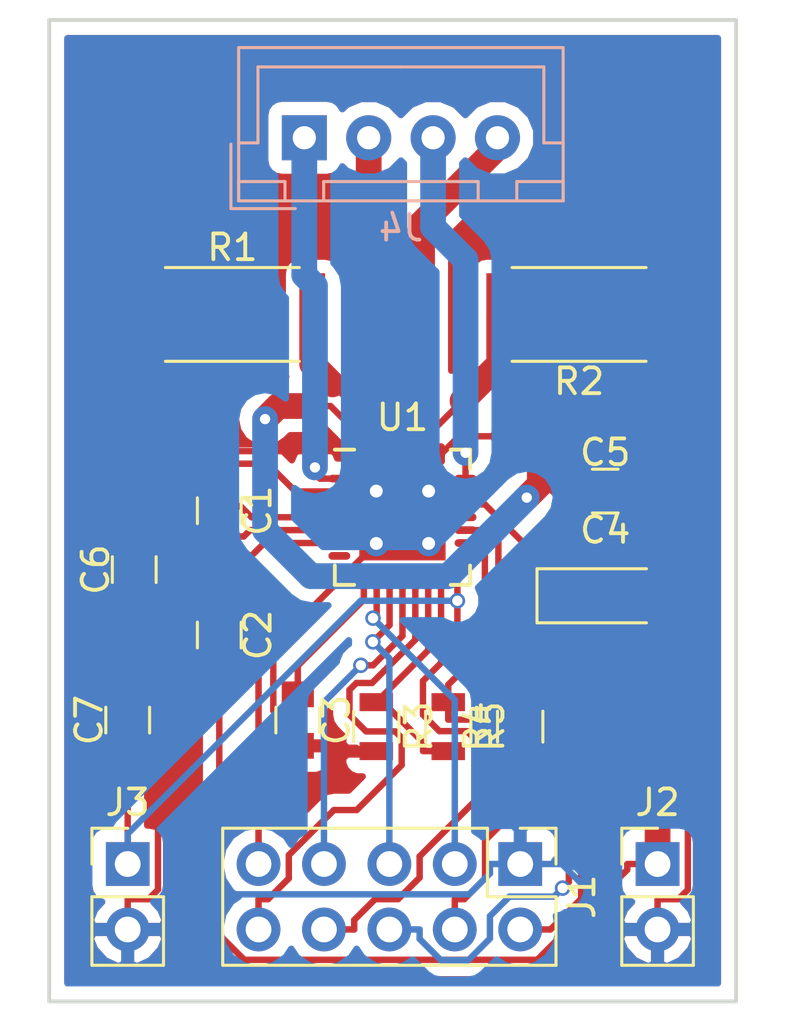
<source format=kicad_pcb>
(kicad_pcb (version 20160815) (host pcbnew no-vcs-found-7529~57~ubuntu16.04.1)

  (general
    (links 49)
    (no_connects 0)
    (area 123.669667 85.4745 154.460334 125.504333)
    (thickness 1.6)
    (drawings 4)
    (tracks 265)
    (zones 0)
    (modules 21)
    (nets 27)
  )

  (page A4)
  (layers
    (0 F.Cu signal)
    (31 B.Cu signal)
    (32 B.Adhes user)
    (33 F.Adhes user)
    (34 B.Paste user)
    (35 F.Paste user)
    (36 B.SilkS user)
    (37 F.SilkS user)
    (38 B.Mask user)
    (39 F.Mask user)
    (40 Dwgs.User user)
    (41 Cmts.User user)
    (42 Eco1.User user)
    (43 Eco2.User user)
    (44 Edge.Cuts user)
    (45 Margin user)
    (46 B.CrtYd user)
    (47 F.CrtYd user)
    (48 B.Fab user)
    (49 F.Fab user)
  )

  (setup
    (last_trace_width 0.25)
    (user_trace_width 1)
    (user_trace_width 2)
    (trace_clearance 0.2)
    (zone_clearance 0.508)
    (zone_45_only no)
    (trace_min 0.2)
    (segment_width 0.2)
    (edge_width 0.15)
    (via_size 0.6)
    (via_drill 0.4)
    (via_min_size 0.4)
    (via_min_drill 0.3)
    (uvia_size 0.3)
    (uvia_drill 0.1)
    (uvias_allowed no)
    (uvia_min_size 0.2)
    (uvia_min_drill 0.1)
    (pcb_text_width 0.3)
    (pcb_text_size 1.5 1.5)
    (mod_edge_width 0.15)
    (mod_text_size 1 1)
    (mod_text_width 0.15)
    (pad_size 1 1)
    (pad_drill 0.5)
    (pad_to_mask_clearance 0.01)
    (aux_axis_origin 0 0)
    (visible_elements FFFFFF7F)
    (pcbplotparams
      (layerselection 0x010c0_ffffffff)
      (usegerberextensions false)
      (excludeedgelayer true)
      (linewidth 0.020000)
      (plotframeref false)
      (viasonmask false)
      (mode 1)
      (useauxorigin false)
      (hpglpennumber 1)
      (hpglpenspeed 20)
      (hpglpendiameter 15)
      (psnegative false)
      (psa4output false)
      (plotreference true)
      (plotvalue true)
      (plotinvisibletext false)
      (padsonsilk false)
      (subtractmaskfromsilk false)
      (outputformat 1)
      (mirror false)
      (drillshape 0)
      (scaleselection 1)
      (outputdirectory out/))
  )

  (net 0 "")
  (net 1 "Net-(C1-Pad1)")
  (net 2 "Net-(C1-Pad2)")
  (net 3 "Net-(C2-Pad1)")
  (net 4 VDDA)
  (net 5 "Net-(C3-Pad1)")
  (net 6 GND)
  (net 7 VDD)
  (net 8 DIR)
  (net 9 MS1)
  (net 10 STEP)
  (net 11 MS2)
  (net 12 REF)
  (net 13 MS3)
  (net 14 SLEEP)
  (net 15 ENABLE)
  (net 16 RESET)
  (net 17 OUT2B)
  (net 18 OUT2A)
  (net 19 OUT1B)
  (net 20 OUT1A)
  (net 21 "Net-(R1-Pad2)")
  (net 22 "Net-(R2-Pad2)")
  (net 23 "Net-(R3-Pad1)")
  (net 24 "Net-(U1-Pad7)")
  (net 25 "Net-(U1-Pad20)")
  (net 26 "Net-(U1-Pad25)")

  (net_class Default "This is the default net class."
    (clearance 0.2)
    (trace_width 0.25)
    (via_dia 0.6)
    (via_drill 0.4)
    (uvia_dia 0.3)
    (uvia_drill 0.1)
    (add_net DIR)
    (add_net ENABLE)
    (add_net GND)
    (add_net MS1)
    (add_net MS2)
    (add_net MS3)
    (add_net "Net-(C1-Pad1)")
    (add_net "Net-(C1-Pad2)")
    (add_net "Net-(C2-Pad1)")
    (add_net "Net-(C3-Pad1)")
    (add_net "Net-(R1-Pad2)")
    (add_net "Net-(R2-Pad2)")
    (add_net "Net-(R3-Pad1)")
    (add_net "Net-(U1-Pad20)")
    (add_net "Net-(U1-Pad25)")
    (add_net "Net-(U1-Pad7)")
    (add_net OUT1A)
    (add_net OUT1B)
    (add_net OUT2A)
    (add_net OUT2B)
    (add_net REF)
    (add_net RESET)
    (add_net SLEEP)
    (add_net STEP)
    (add_net VDD)
    (add_net VDDA)
  )

  (module Capacitors_SMD:C_0805 (layer F.Cu) (tedit 58AA8463) (tstamp 58D17148)
    (at 132.334 105.41 270)
    (descr "Capacitor SMD 0805, reflow soldering, AVX (see smccp.pdf)")
    (tags "capacitor 0805")
    (path /58D13087)
    (attr smd)
    (fp_text reference C1 (at 0 -1.5 270) (layer F.SilkS)
      (effects (font (size 1 1) (thickness 0.15)))
    )
    (fp_text value 100n (at 0 1.75 270) (layer F.Fab)
      (effects (font (size 1 1) (thickness 0.15)))
    )
    (fp_text user %R (at 0 -1.5 270) (layer F.Fab)
      (effects (font (size 1 1) (thickness 0.15)))
    )
    (fp_line (start -1 0.62) (end -1 -0.62) (layer F.Fab) (width 0.1))
    (fp_line (start 1 0.62) (end -1 0.62) (layer F.Fab) (width 0.1))
    (fp_line (start 1 -0.62) (end 1 0.62) (layer F.Fab) (width 0.1))
    (fp_line (start -1 -0.62) (end 1 -0.62) (layer F.Fab) (width 0.1))
    (fp_line (start 0.5 -0.85) (end -0.5 -0.85) (layer F.SilkS) (width 0.12))
    (fp_line (start -0.5 0.85) (end 0.5 0.85) (layer F.SilkS) (width 0.12))
    (fp_line (start -1.75 -0.88) (end 1.75 -0.88) (layer F.CrtYd) (width 0.05))
    (fp_line (start -1.75 -0.88) (end -1.75 0.87) (layer F.CrtYd) (width 0.05))
    (fp_line (start 1.75 0.87) (end 1.75 -0.88) (layer F.CrtYd) (width 0.05))
    (fp_line (start 1.75 0.87) (end -1.75 0.87) (layer F.CrtYd) (width 0.05))
    (pad 1 smd rect (at -1 0 270) (size 1 1.25) (layers F.Cu F.Paste F.Mask)
      (net 1 "Net-(C1-Pad1)"))
    (pad 2 smd rect (at 1 0 270) (size 1 1.25) (layers F.Cu F.Paste F.Mask)
      (net 2 "Net-(C1-Pad2)"))
    (model Capacitors_SMD.3dshapes/C_0805.wrl
      (at (xyz 0 0 0))
      (scale (xyz 1 1 1))
      (rotate (xyz 0 0 0))
    )
  )

  (module Capacitors_SMD:C_0805 (layer F.Cu) (tedit 58AA8463) (tstamp 58D1714E)
    (at 132.334 110.236 270)
    (descr "Capacitor SMD 0805, reflow soldering, AVX (see smccp.pdf)")
    (tags "capacitor 0805")
    (path /58D17B34)
    (attr smd)
    (fp_text reference C2 (at 0 -1.5 270) (layer F.SilkS)
      (effects (font (size 1 1) (thickness 0.15)))
    )
    (fp_text value 100n (at 0 1.75 270) (layer F.Fab)
      (effects (font (size 1 1) (thickness 0.15)))
    )
    (fp_text user %R (at 0 -1.5 270) (layer F.Fab)
      (effects (font (size 1 1) (thickness 0.15)))
    )
    (fp_line (start -1 0.62) (end -1 -0.62) (layer F.Fab) (width 0.1))
    (fp_line (start 1 0.62) (end -1 0.62) (layer F.Fab) (width 0.1))
    (fp_line (start 1 -0.62) (end 1 0.62) (layer F.Fab) (width 0.1))
    (fp_line (start -1 -0.62) (end 1 -0.62) (layer F.Fab) (width 0.1))
    (fp_line (start 0.5 -0.85) (end -0.5 -0.85) (layer F.SilkS) (width 0.12))
    (fp_line (start -0.5 0.85) (end 0.5 0.85) (layer F.SilkS) (width 0.12))
    (fp_line (start -1.75 -0.88) (end 1.75 -0.88) (layer F.CrtYd) (width 0.05))
    (fp_line (start -1.75 -0.88) (end -1.75 0.87) (layer F.CrtYd) (width 0.05))
    (fp_line (start 1.75 0.87) (end 1.75 -0.88) (layer F.CrtYd) (width 0.05))
    (fp_line (start 1.75 0.87) (end -1.75 0.87) (layer F.CrtYd) (width 0.05))
    (pad 1 smd rect (at -1 0 270) (size 1 1.25) (layers F.Cu F.Paste F.Mask)
      (net 3 "Net-(C2-Pad1)"))
    (pad 2 smd rect (at 1 0 270) (size 1 1.25) (layers F.Cu F.Paste F.Mask)
      (net 4 VDDA))
    (model Capacitors_SMD.3dshapes/C_0805.wrl
      (at (xyz 0 0 0))
      (scale (xyz 1 1 1))
      (rotate (xyz 0 0 0))
    )
  )

  (module Capacitors_SMD:C_0805 (layer F.Cu) (tedit 58AA8463) (tstamp 58D17154)
    (at 135.382 113.538 270)
    (descr "Capacitor SMD 0805, reflow soldering, AVX (see smccp.pdf)")
    (tags "capacitor 0805")
    (path /58D1343E)
    (attr smd)
    (fp_text reference C3 (at 0 -1.5 270) (layer F.SilkS)
      (effects (font (size 1 1) (thickness 0.15)))
    )
    (fp_text value 220n (at 0 1.75 270) (layer F.Fab)
      (effects (font (size 1 1) (thickness 0.15)))
    )
    (fp_text user %R (at 0 -1.5 270) (layer F.Fab)
      (effects (font (size 1 1) (thickness 0.15)))
    )
    (fp_line (start -1 0.62) (end -1 -0.62) (layer F.Fab) (width 0.1))
    (fp_line (start 1 0.62) (end -1 0.62) (layer F.Fab) (width 0.1))
    (fp_line (start 1 -0.62) (end 1 0.62) (layer F.Fab) (width 0.1))
    (fp_line (start -1 -0.62) (end 1 -0.62) (layer F.Fab) (width 0.1))
    (fp_line (start 0.5 -0.85) (end -0.5 -0.85) (layer F.SilkS) (width 0.12))
    (fp_line (start -0.5 0.85) (end 0.5 0.85) (layer F.SilkS) (width 0.12))
    (fp_line (start -1.75 -0.88) (end 1.75 -0.88) (layer F.CrtYd) (width 0.05))
    (fp_line (start -1.75 -0.88) (end -1.75 0.87) (layer F.CrtYd) (width 0.05))
    (fp_line (start 1.75 0.87) (end 1.75 -0.88) (layer F.CrtYd) (width 0.05))
    (fp_line (start 1.75 0.87) (end -1.75 0.87) (layer F.CrtYd) (width 0.05))
    (pad 1 smd rect (at -1 0 270) (size 1 1.25) (layers F.Cu F.Paste F.Mask)
      (net 5 "Net-(C3-Pad1)"))
    (pad 2 smd rect (at 1 0 270) (size 1 1.25) (layers F.Cu F.Paste F.Mask)
      (net 6 GND))
    (model Capacitors_SMD.3dshapes/C_0805.wrl
      (at (xyz 0 0 0))
      (scale (xyz 1 1 1))
      (rotate (xyz 0 0 0))
    )
  )

  (module Capacitors_Tantalum_SMD:CP_Tantalum_Case-A_EIA-3216-18_Reflow (layer F.Cu) (tedit 57B6E980) (tstamp 58D1715A)
    (at 147.32 108.712)
    (descr "Tantalum capacitor, Case A, EIA 3216-18, 3.2x1.6x1.6mm, Reflow soldering footprint")
    (tags "capacitor tantalum smd")
    (path /58D170AC)
    (attr smd)
    (fp_text reference C4 (at 0 -2.55) (layer F.SilkS)
      (effects (font (size 1 1) (thickness 0.15)))
    )
    (fp_text value CP1_Small (at 0 2.55) (layer F.Fab)
      (effects (font (size 1 1) (thickness 0.15)))
    )
    (fp_line (start -2.75 -1.2) (end -2.75 1.2) (layer F.CrtYd) (width 0.05))
    (fp_line (start -2.75 1.2) (end 2.75 1.2) (layer F.CrtYd) (width 0.05))
    (fp_line (start 2.75 1.2) (end 2.75 -1.2) (layer F.CrtYd) (width 0.05))
    (fp_line (start 2.75 -1.2) (end -2.75 -1.2) (layer F.CrtYd) (width 0.05))
    (fp_line (start -1.6 -0.8) (end -1.6 0.8) (layer F.Fab) (width 0.1))
    (fp_line (start -1.6 0.8) (end 1.6 0.8) (layer F.Fab) (width 0.1))
    (fp_line (start 1.6 0.8) (end 1.6 -0.8) (layer F.Fab) (width 0.1))
    (fp_line (start 1.6 -0.8) (end -1.6 -0.8) (layer F.Fab) (width 0.1))
    (fp_line (start -1.28 -0.8) (end -1.28 0.8) (layer F.Fab) (width 0.1))
    (fp_line (start -1.12 -0.8) (end -1.12 0.8) (layer F.Fab) (width 0.1))
    (fp_line (start -2.65 -1.05) (end 1.6 -1.05) (layer F.SilkS) (width 0.12))
    (fp_line (start -2.65 1.05) (end 1.6 1.05) (layer F.SilkS) (width 0.12))
    (fp_line (start -2.65 -1.05) (end -2.65 1.05) (layer F.SilkS) (width 0.12))
    (pad 1 smd rect (at -1.375 0) (size 1.95 1.5) (layers F.Cu F.Paste F.Mask)
      (net 4 VDDA))
    (pad 2 smd rect (at 1.375 0) (size 1.95 1.5) (layers F.Cu F.Paste F.Mask)
      (net 6 GND))
    (model Capacitors_Tantalum_SMD.3dshapes/CP_Tantalum_Case-A_EIA-3216-18.wrl
      (at (xyz 0 0 0))
      (scale (xyz 1 1 1))
      (rotate (xyz 0 0 0))
    )
  )

  (module Capacitors_SMD:C_0805 (layer F.Cu) (tedit 58AA8463) (tstamp 58D17160)
    (at 147.32 104.648)
    (descr "Capacitor SMD 0805, reflow soldering, AVX (see smccp.pdf)")
    (tags "capacitor 0805")
    (path /58D17069)
    (attr smd)
    (fp_text reference C5 (at 0 -1.5) (layer F.SilkS)
      (effects (font (size 1 1) (thickness 0.15)))
    )
    (fp_text value 220n (at 0 1.75) (layer F.Fab)
      (effects (font (size 1 1) (thickness 0.15)))
    )
    (fp_text user %R (at 0 -1.5) (layer F.Fab)
      (effects (font (size 1 1) (thickness 0.15)))
    )
    (fp_line (start -1 0.62) (end -1 -0.62) (layer F.Fab) (width 0.1))
    (fp_line (start 1 0.62) (end -1 0.62) (layer F.Fab) (width 0.1))
    (fp_line (start 1 -0.62) (end 1 0.62) (layer F.Fab) (width 0.1))
    (fp_line (start -1 -0.62) (end 1 -0.62) (layer F.Fab) (width 0.1))
    (fp_line (start 0.5 -0.85) (end -0.5 -0.85) (layer F.SilkS) (width 0.12))
    (fp_line (start -0.5 0.85) (end 0.5 0.85) (layer F.SilkS) (width 0.12))
    (fp_line (start -1.75 -0.88) (end 1.75 -0.88) (layer F.CrtYd) (width 0.05))
    (fp_line (start -1.75 -0.88) (end -1.75 0.87) (layer F.CrtYd) (width 0.05))
    (fp_line (start 1.75 0.87) (end 1.75 -0.88) (layer F.CrtYd) (width 0.05))
    (fp_line (start 1.75 0.87) (end -1.75 0.87) (layer F.CrtYd) (width 0.05))
    (pad 1 smd rect (at -1 0) (size 1 1.25) (layers F.Cu F.Paste F.Mask)
      (net 4 VDDA))
    (pad 2 smd rect (at 1 0) (size 1 1.25) (layers F.Cu F.Paste F.Mask)
      (net 6 GND))
    (model Capacitors_SMD.3dshapes/C_0805.wrl
      (at (xyz 0 0 0))
      (scale (xyz 1 1 1))
      (rotate (xyz 0 0 0))
    )
  )

  (module Capacitors_SMD:C_0805 (layer F.Cu) (tedit 58AA8463) (tstamp 58D17166)
    (at 129.032 107.696 90)
    (descr "Capacitor SMD 0805, reflow soldering, AVX (see smccp.pdf)")
    (tags "capacitor 0805")
    (path /58D16F42)
    (attr smd)
    (fp_text reference C6 (at 0 -1.5 90) (layer F.SilkS)
      (effects (font (size 1 1) (thickness 0.15)))
    )
    (fp_text value 220n (at 0 1.75 90) (layer F.Fab)
      (effects (font (size 1 1) (thickness 0.15)))
    )
    (fp_text user %R (at 0 -1.5 90) (layer F.Fab)
      (effects (font (size 1 1) (thickness 0.15)))
    )
    (fp_line (start -1 0.62) (end -1 -0.62) (layer F.Fab) (width 0.1))
    (fp_line (start 1 0.62) (end -1 0.62) (layer F.Fab) (width 0.1))
    (fp_line (start 1 -0.62) (end 1 0.62) (layer F.Fab) (width 0.1))
    (fp_line (start -1 -0.62) (end 1 -0.62) (layer F.Fab) (width 0.1))
    (fp_line (start 0.5 -0.85) (end -0.5 -0.85) (layer F.SilkS) (width 0.12))
    (fp_line (start -0.5 0.85) (end 0.5 0.85) (layer F.SilkS) (width 0.12))
    (fp_line (start -1.75 -0.88) (end 1.75 -0.88) (layer F.CrtYd) (width 0.05))
    (fp_line (start -1.75 -0.88) (end -1.75 0.87) (layer F.CrtYd) (width 0.05))
    (fp_line (start 1.75 0.87) (end 1.75 -0.88) (layer F.CrtYd) (width 0.05))
    (fp_line (start 1.75 0.87) (end -1.75 0.87) (layer F.CrtYd) (width 0.05))
    (pad 1 smd rect (at -1 0 90) (size 1 1.25) (layers F.Cu F.Paste F.Mask)
      (net 4 VDDA))
    (pad 2 smd rect (at 1 0 90) (size 1 1.25) (layers F.Cu F.Paste F.Mask)
      (net 6 GND))
    (model Capacitors_SMD.3dshapes/C_0805.wrl
      (at (xyz 0 0 0))
      (scale (xyz 1 1 1))
      (rotate (xyz 0 0 0))
    )
  )

  (module Capacitors_SMD:C_0805 (layer F.Cu) (tedit 58AA8463) (tstamp 58D1716C)
    (at 128.778 113.538 90)
    (descr "Capacitor SMD 0805, reflow soldering, AVX (see smccp.pdf)")
    (tags "capacitor 0805")
    (path /58D16C27)
    (attr smd)
    (fp_text reference C7 (at 0 -1.5 90) (layer F.SilkS)
      (effects (font (size 1 1) (thickness 0.15)))
    )
    (fp_text value 220n (at 0 1.75 90) (layer F.Fab)
      (effects (font (size 1 1) (thickness 0.15)))
    )
    (fp_text user %R (at 0 -1.5 90) (layer F.Fab)
      (effects (font (size 1 1) (thickness 0.15)))
    )
    (fp_line (start -1 0.62) (end -1 -0.62) (layer F.Fab) (width 0.1))
    (fp_line (start 1 0.62) (end -1 0.62) (layer F.Fab) (width 0.1))
    (fp_line (start 1 -0.62) (end 1 0.62) (layer F.Fab) (width 0.1))
    (fp_line (start -1 -0.62) (end 1 -0.62) (layer F.Fab) (width 0.1))
    (fp_line (start 0.5 -0.85) (end -0.5 -0.85) (layer F.SilkS) (width 0.12))
    (fp_line (start -0.5 0.85) (end 0.5 0.85) (layer F.SilkS) (width 0.12))
    (fp_line (start -1.75 -0.88) (end 1.75 -0.88) (layer F.CrtYd) (width 0.05))
    (fp_line (start -1.75 -0.88) (end -1.75 0.87) (layer F.CrtYd) (width 0.05))
    (fp_line (start 1.75 0.87) (end 1.75 -0.88) (layer F.CrtYd) (width 0.05))
    (fp_line (start 1.75 0.87) (end -1.75 0.87) (layer F.CrtYd) (width 0.05))
    (pad 1 smd rect (at -1 0 90) (size 1 1.25) (layers F.Cu F.Paste F.Mask)
      (net 7 VDD))
    (pad 2 smd rect (at 1 0 90) (size 1 1.25) (layers F.Cu F.Paste F.Mask)
      (net 6 GND))
    (model Capacitors_SMD.3dshapes/C_0805.wrl
      (at (xyz 0 0 0))
      (scale (xyz 1 1 1))
      (rotate (xyz 0 0 0))
    )
  )

  (module Pin_Headers:Pin_Header_Straight_2x05_Pitch2.54mm (layer F.Cu) (tedit 5862ED53) (tstamp 58D1717A)
    (at 144.018 119.126 270)
    (descr "Through hole straight pin header, 2x05, 2.54mm pitch, double rows")
    (tags "Through hole pin header THT 2x05 2.54mm double row")
    (path /58D19F9F)
    (fp_text reference J1 (at 1.27 -2.39 270) (layer F.SilkS)
      (effects (font (size 1 1) (thickness 0.15)))
    )
    (fp_text value CONN_02X05 (at 1.27 12.55 270) (layer F.Fab)
      (effects (font (size 1 1) (thickness 0.15)))
    )
    (fp_line (start -1.27 -1.27) (end -1.27 11.43) (layer F.Fab) (width 0.1))
    (fp_line (start -1.27 11.43) (end 3.81 11.43) (layer F.Fab) (width 0.1))
    (fp_line (start 3.81 11.43) (end 3.81 -1.27) (layer F.Fab) (width 0.1))
    (fp_line (start 3.81 -1.27) (end -1.27 -1.27) (layer F.Fab) (width 0.1))
    (fp_line (start -1.39 1.27) (end -1.39 11.55) (layer F.SilkS) (width 0.12))
    (fp_line (start -1.39 11.55) (end 3.93 11.55) (layer F.SilkS) (width 0.12))
    (fp_line (start 3.93 11.55) (end 3.93 -1.39) (layer F.SilkS) (width 0.12))
    (fp_line (start 3.93 -1.39) (end 1.27 -1.39) (layer F.SilkS) (width 0.12))
    (fp_line (start 1.27 -1.39) (end 1.27 1.27) (layer F.SilkS) (width 0.12))
    (fp_line (start 1.27 1.27) (end -1.39 1.27) (layer F.SilkS) (width 0.12))
    (fp_line (start -1.39 0) (end -1.39 -1.39) (layer F.SilkS) (width 0.12))
    (fp_line (start -1.39 -1.39) (end 0 -1.39) (layer F.SilkS) (width 0.12))
    (fp_line (start -1.6 -1.6) (end -1.6 11.7) (layer F.CrtYd) (width 0.05))
    (fp_line (start -1.6 11.7) (end 4.1 11.7) (layer F.CrtYd) (width 0.05))
    (fp_line (start 4.1 11.7) (end 4.1 -1.6) (layer F.CrtYd) (width 0.05))
    (fp_line (start 4.1 -1.6) (end -1.6 -1.6) (layer F.CrtYd) (width 0.05))
    (pad 1 thru_hole rect (at 0 0 270) (size 1.7 1.7) (drill 1) (layers *.Cu *.Mask)
      (net 6 GND))
    (pad 2 thru_hole oval (at 2.54 0 270) (size 1.7 1.7) (drill 1) (layers *.Cu *.Mask)
      (net 8 DIR))
    (pad 3 thru_hole oval (at 0 2.54 270) (size 1.7 1.7) (drill 1) (layers *.Cu *.Mask)
      (net 9 MS1))
    (pad 4 thru_hole oval (at 2.54 2.54 270) (size 1.7 1.7) (drill 1) (layers *.Cu *.Mask)
      (net 10 STEP))
    (pad 5 thru_hole oval (at 0 5.08 270) (size 1.7 1.7) (drill 1) (layers *.Cu *.Mask)
      (net 11 MS2))
    (pad 6 thru_hole oval (at 2.54 5.08 270) (size 1.7 1.7) (drill 1) (layers *.Cu *.Mask)
      (net 12 REF))
    (pad 7 thru_hole oval (at 0 7.62 270) (size 1.7 1.7) (drill 1) (layers *.Cu *.Mask)
      (net 13 MS3))
    (pad 8 thru_hole oval (at 2.54 7.62 270) (size 1.7 1.7) (drill 1) (layers *.Cu *.Mask)
      (net 14 SLEEP))
    (pad 9 thru_hole oval (at 0 10.16 270) (size 1.7 1.7) (drill 1) (layers *.Cu *.Mask)
      (net 15 ENABLE))
    (pad 10 thru_hole oval (at 2.54 10.16 270) (size 1.7 1.7) (drill 1) (layers *.Cu *.Mask)
      (net 16 RESET))
    (model Pin_Headers.3dshapes/Pin_Header_Straight_2x05_Pitch2.54mm.wrl
      (at (xyz 0.05 -0.2 0))
      (scale (xyz 1 1 1))
      (rotate (xyz 0 0 90))
    )
  )

  (module Pin_Headers:Pin_Header_Straight_1x02_Pitch2.54mm (layer F.Cu) (tedit 5862ED52) (tstamp 58D17180)
    (at 149.352 119.126)
    (descr "Through hole straight pin header, 1x02, 2.54mm pitch, single row")
    (tags "Through hole pin header THT 1x02 2.54mm single row")
    (path /58D167DB)
    (fp_text reference J2 (at 0 -2.39) (layer F.SilkS)
      (effects (font (size 1 1) (thickness 0.15)))
    )
    (fp_text value CONN_01X02 (at 0 4.93) (layer F.Fab)
      (effects (font (size 1 1) (thickness 0.15)))
    )
    (fp_line (start -1.27 -1.27) (end -1.27 3.81) (layer F.Fab) (width 0.1))
    (fp_line (start -1.27 3.81) (end 1.27 3.81) (layer F.Fab) (width 0.1))
    (fp_line (start 1.27 3.81) (end 1.27 -1.27) (layer F.Fab) (width 0.1))
    (fp_line (start 1.27 -1.27) (end -1.27 -1.27) (layer F.Fab) (width 0.1))
    (fp_line (start -1.39 1.27) (end -1.39 3.93) (layer F.SilkS) (width 0.12))
    (fp_line (start -1.39 3.93) (end 1.39 3.93) (layer F.SilkS) (width 0.12))
    (fp_line (start 1.39 3.93) (end 1.39 1.27) (layer F.SilkS) (width 0.12))
    (fp_line (start 1.39 1.27) (end -1.39 1.27) (layer F.SilkS) (width 0.12))
    (fp_line (start -1.39 0) (end -1.39 -1.39) (layer F.SilkS) (width 0.12))
    (fp_line (start -1.39 -1.39) (end 0 -1.39) (layer F.SilkS) (width 0.12))
    (fp_line (start -1.6 -1.6) (end -1.6 4.1) (layer F.CrtYd) (width 0.05))
    (fp_line (start -1.6 4.1) (end 1.6 4.1) (layer F.CrtYd) (width 0.05))
    (fp_line (start 1.6 4.1) (end 1.6 -1.6) (layer F.CrtYd) (width 0.05))
    (fp_line (start 1.6 -1.6) (end -1.6 -1.6) (layer F.CrtYd) (width 0.05))
    (pad 1 thru_hole rect (at 0 0) (size 1.7 1.7) (drill 1) (layers *.Cu *.Mask)
      (net 4 VDDA))
    (pad 2 thru_hole oval (at 0 2.54) (size 1.7 1.7) (drill 1) (layers *.Cu *.Mask)
      (net 6 GND))
    (model Pin_Headers.3dshapes/Pin_Header_Straight_1x02_Pitch2.54mm.wrl
      (at (xyz 0 -0.05 0))
      (scale (xyz 1 1 1))
      (rotate (xyz 0 0 90))
    )
  )

  (module Pin_Headers:Pin_Header_Straight_1x02_Pitch2.54mm (layer F.Cu) (tedit 5862ED52) (tstamp 58D17186)
    (at 128.778 119.126)
    (descr "Through hole straight pin header, 1x02, 2.54mm pitch, single row")
    (tags "Through hole pin header THT 1x02 2.54mm single row")
    (path /58D166FC)
    (fp_text reference J3 (at 0 -2.39) (layer F.SilkS)
      (effects (font (size 1 1) (thickness 0.15)))
    )
    (fp_text value CONN_01X02 (at 0 4.93) (layer F.Fab)
      (effects (font (size 1 1) (thickness 0.15)))
    )
    (fp_line (start -1.27 -1.27) (end -1.27 3.81) (layer F.Fab) (width 0.1))
    (fp_line (start -1.27 3.81) (end 1.27 3.81) (layer F.Fab) (width 0.1))
    (fp_line (start 1.27 3.81) (end 1.27 -1.27) (layer F.Fab) (width 0.1))
    (fp_line (start 1.27 -1.27) (end -1.27 -1.27) (layer F.Fab) (width 0.1))
    (fp_line (start -1.39 1.27) (end -1.39 3.93) (layer F.SilkS) (width 0.12))
    (fp_line (start -1.39 3.93) (end 1.39 3.93) (layer F.SilkS) (width 0.12))
    (fp_line (start 1.39 3.93) (end 1.39 1.27) (layer F.SilkS) (width 0.12))
    (fp_line (start 1.39 1.27) (end -1.39 1.27) (layer F.SilkS) (width 0.12))
    (fp_line (start -1.39 0) (end -1.39 -1.39) (layer F.SilkS) (width 0.12))
    (fp_line (start -1.39 -1.39) (end 0 -1.39) (layer F.SilkS) (width 0.12))
    (fp_line (start -1.6 -1.6) (end -1.6 4.1) (layer F.CrtYd) (width 0.05))
    (fp_line (start -1.6 4.1) (end 1.6 4.1) (layer F.CrtYd) (width 0.05))
    (fp_line (start 1.6 4.1) (end 1.6 -1.6) (layer F.CrtYd) (width 0.05))
    (fp_line (start 1.6 -1.6) (end -1.6 -1.6) (layer F.CrtYd) (width 0.05))
    (pad 1 thru_hole rect (at 0 0) (size 1.7 1.7) (drill 1) (layers *.Cu *.Mask)
      (net 7 VDD))
    (pad 2 thru_hole oval (at 0 2.54) (size 1.7 1.7) (drill 1) (layers *.Cu *.Mask)
      (net 6 GND))
    (model Pin_Headers.3dshapes/Pin_Header_Straight_1x02_Pitch2.54mm.wrl
      (at (xyz 0 -0.05 0))
      (scale (xyz 1 1 1))
      (rotate (xyz 0 0 90))
    )
  )

  (module Resistors_SMD:R_2512 (layer F.Cu) (tedit 58AADAFB) (tstamp 58D17196)
    (at 132.842 97.79)
    (descr "Resistor SMD 2512, reflow soldering, Vishay (see dcrcw.pdf)")
    (tags "resistor 2512")
    (path /58D13257)
    (attr smd)
    (fp_text reference R1 (at 0 -2.6) (layer F.SilkS)
      (effects (font (size 1 1) (thickness 0.15)))
    )
    (fp_text value 0.05 (at 0 2.75) (layer F.Fab)
      (effects (font (size 1 1) (thickness 0.15)))
    )
    (fp_text user %R (at 0 -2.6) (layer F.Fab)
      (effects (font (size 1 1) (thickness 0.15)))
    )
    (fp_line (start -3.15 1.6) (end -3.15 -1.6) (layer F.Fab) (width 0.1))
    (fp_line (start 3.15 1.6) (end -3.15 1.6) (layer F.Fab) (width 0.1))
    (fp_line (start 3.15 -1.6) (end 3.15 1.6) (layer F.Fab) (width 0.1))
    (fp_line (start -3.15 -1.6) (end 3.15 -1.6) (layer F.Fab) (width 0.1))
    (fp_line (start 2.6 1.82) (end -2.6 1.82) (layer F.SilkS) (width 0.12))
    (fp_line (start -2.6 -1.82) (end 2.6 -1.82) (layer F.SilkS) (width 0.12))
    (fp_line (start -3.85 -1.85) (end 3.85 -1.85) (layer F.CrtYd) (width 0.05))
    (fp_line (start -3.85 -1.85) (end -3.85 1.85) (layer F.CrtYd) (width 0.05))
    (fp_line (start 3.85 1.85) (end 3.85 -1.85) (layer F.CrtYd) (width 0.05))
    (fp_line (start 3.85 1.85) (end -3.85 1.85) (layer F.CrtYd) (width 0.05))
    (pad 1 smd rect (at -3.1 0) (size 1 3.2) (layers F.Cu F.Paste F.Mask)
      (net 6 GND))
    (pad 2 smd rect (at 3.1 0) (size 1 3.2) (layers F.Cu F.Paste F.Mask)
      (net 21 "Net-(R1-Pad2)"))
    (model Resistors_SMD.3dshapes/R_2512.wrl
      (at (xyz 0 0 0))
      (scale (xyz 1 1 1))
      (rotate (xyz 0 0 0))
    )
  )

  (module Resistors_SMD:R_2512 (layer F.Cu) (tedit 58AADAFB) (tstamp 58D1719C)
    (at 146.304 97.79 180)
    (descr "Resistor SMD 2512, reflow soldering, Vishay (see dcrcw.pdf)")
    (tags "resistor 2512")
    (path /58D1321D)
    (attr smd)
    (fp_text reference R2 (at 0 -2.6 180) (layer F.SilkS)
      (effects (font (size 1 1) (thickness 0.15)))
    )
    (fp_text value 0.05 (at 0 2.75 180) (layer F.Fab)
      (effects (font (size 1 1) (thickness 0.15)))
    )
    (fp_text user %R (at 0 -2.6 180) (layer F.Fab)
      (effects (font (size 1 1) (thickness 0.15)))
    )
    (fp_line (start -3.15 1.6) (end -3.15 -1.6) (layer F.Fab) (width 0.1))
    (fp_line (start 3.15 1.6) (end -3.15 1.6) (layer F.Fab) (width 0.1))
    (fp_line (start 3.15 -1.6) (end 3.15 1.6) (layer F.Fab) (width 0.1))
    (fp_line (start -3.15 -1.6) (end 3.15 -1.6) (layer F.Fab) (width 0.1))
    (fp_line (start 2.6 1.82) (end -2.6 1.82) (layer F.SilkS) (width 0.12))
    (fp_line (start -2.6 -1.82) (end 2.6 -1.82) (layer F.SilkS) (width 0.12))
    (fp_line (start -3.85 -1.85) (end 3.85 -1.85) (layer F.CrtYd) (width 0.05))
    (fp_line (start -3.85 -1.85) (end -3.85 1.85) (layer F.CrtYd) (width 0.05))
    (fp_line (start 3.85 1.85) (end 3.85 -1.85) (layer F.CrtYd) (width 0.05))
    (fp_line (start 3.85 1.85) (end -3.85 1.85) (layer F.CrtYd) (width 0.05))
    (pad 1 smd rect (at -3.1 0 180) (size 1 3.2) (layers F.Cu F.Paste F.Mask)
      (net 6 GND))
    (pad 2 smd rect (at 3.1 0 180) (size 1 3.2) (layers F.Cu F.Paste F.Mask)
      (net 22 "Net-(R2-Pad2)"))
    (model Resistors_SMD.3dshapes/R_2512.wrl
      (at (xyz 0 0 0))
      (scale (xyz 1 1 1))
      (rotate (xyz 0 0 0))
    )
  )

  (module Resistors_SMD:R_0805 (layer F.Cu) (tedit 58AADA8F) (tstamp 58D171A2)
    (at 138.43 113.792 270)
    (descr "Resistor SMD 0805, reflow soldering, Vishay (see dcrcw.pdf)")
    (tags "resistor 0805")
    (path /58D18688)
    (attr smd)
    (fp_text reference R3 (at 0 -1.65 270) (layer F.SilkS)
      (effects (font (size 1 1) (thickness 0.15)))
    )
    (fp_text value 10k (at 0 1.75 270) (layer F.Fab)
      (effects (font (size 1 1) (thickness 0.15)))
    )
    (fp_text user %R (at 0 -1.65 270) (layer F.Fab)
      (effects (font (size 1 1) (thickness 0.15)))
    )
    (fp_line (start -1 0.62) (end -1 -0.62) (layer F.Fab) (width 0.1))
    (fp_line (start 1 0.62) (end -1 0.62) (layer F.Fab) (width 0.1))
    (fp_line (start 1 -0.62) (end 1 0.62) (layer F.Fab) (width 0.1))
    (fp_line (start -1 -0.62) (end 1 -0.62) (layer F.Fab) (width 0.1))
    (fp_line (start 0.6 0.88) (end -0.6 0.88) (layer F.SilkS) (width 0.12))
    (fp_line (start -0.6 -0.88) (end 0.6 -0.88) (layer F.SilkS) (width 0.12))
    (fp_line (start -1.55 -0.9) (end 1.55 -0.9) (layer F.CrtYd) (width 0.05))
    (fp_line (start -1.55 -0.9) (end -1.55 0.9) (layer F.CrtYd) (width 0.05))
    (fp_line (start 1.55 0.9) (end 1.55 -0.9) (layer F.CrtYd) (width 0.05))
    (fp_line (start 1.55 0.9) (end -1.55 0.9) (layer F.CrtYd) (width 0.05))
    (pad 1 smd rect (at -0.95 0 270) (size 0.7 1.3) (layers F.Cu F.Paste F.Mask)
      (net 23 "Net-(R3-Pad1)"))
    (pad 2 smd rect (at 0.95 0 270) (size 0.7 1.3) (layers F.Cu F.Paste F.Mask)
      (net 6 GND))
    (model Resistors_SMD.3dshapes/R_0805.wrl
      (at (xyz 0 0 0))
      (scale (xyz 1 1 1))
      (rotate (xyz 0 0 0))
    )
  )

  (module Resistors_SMD:R_0805 (layer F.Cu) (tedit 58AADA8F) (tstamp 58D171A8)
    (at 144.018 113.792 90)
    (descr "Resistor SMD 0805, reflow soldering, Vishay (see dcrcw.pdf)")
    (tags "resistor 0805")
    (path /58D182B2)
    (attr smd)
    (fp_text reference R4 (at 0 -1.65 90) (layer F.SilkS)
      (effects (font (size 1 1) (thickness 0.15)))
    )
    (fp_text value 100k (at 0 1.75 90) (layer F.Fab)
      (effects (font (size 1 1) (thickness 0.15)))
    )
    (fp_text user %R (at 0 -1.65 90) (layer F.Fab)
      (effects (font (size 1 1) (thickness 0.15)))
    )
    (fp_line (start -1 0.62) (end -1 -0.62) (layer F.Fab) (width 0.1))
    (fp_line (start 1 0.62) (end -1 0.62) (layer F.Fab) (width 0.1))
    (fp_line (start 1 -0.62) (end 1 0.62) (layer F.Fab) (width 0.1))
    (fp_line (start -1 -0.62) (end 1 -0.62) (layer F.Fab) (width 0.1))
    (fp_line (start 0.6 0.88) (end -0.6 0.88) (layer F.SilkS) (width 0.12))
    (fp_line (start -0.6 -0.88) (end 0.6 -0.88) (layer F.SilkS) (width 0.12))
    (fp_line (start -1.55 -0.9) (end 1.55 -0.9) (layer F.CrtYd) (width 0.05))
    (fp_line (start -1.55 -0.9) (end -1.55 0.9) (layer F.CrtYd) (width 0.05))
    (fp_line (start 1.55 0.9) (end 1.55 -0.9) (layer F.CrtYd) (width 0.05))
    (fp_line (start 1.55 0.9) (end -1.55 0.9) (layer F.CrtYd) (width 0.05))
    (pad 1 smd rect (at -0.95 0 90) (size 0.7 1.3) (layers F.Cu F.Paste F.Mask)
      (net 7 VDD))
    (pad 2 smd rect (at 0.95 0 90) (size 0.7 1.3) (layers F.Cu F.Paste F.Mask)
      (net 14 SLEEP))
    (model Resistors_SMD.3dshapes/R_0805.wrl
      (at (xyz 0 0 0))
      (scale (xyz 1 1 1))
      (rotate (xyz 0 0 0))
    )
  )

  (module Resistors_SMD:R_0805 (layer F.Cu) (tedit 58AADA8F) (tstamp 58D171AE)
    (at 141.224 113.792 270)
    (descr "Resistor SMD 0805, reflow soldering, Vishay (see dcrcw.pdf)")
    (tags "resistor 0805")
    (path /58D18546)
    (attr smd)
    (fp_text reference R5 (at 0 -1.65 270) (layer F.SilkS)
      (effects (font (size 1 1) (thickness 0.15)))
    )
    (fp_text value NP (at 0 1.75 270) (layer F.Fab)
      (effects (font (size 1 1) (thickness 0.15)))
    )
    (fp_text user %R (at 0 -1.65 270) (layer F.Fab)
      (effects (font (size 1 1) (thickness 0.15)))
    )
    (fp_line (start -1 0.62) (end -1 -0.62) (layer F.Fab) (width 0.1))
    (fp_line (start 1 0.62) (end -1 0.62) (layer F.Fab) (width 0.1))
    (fp_line (start 1 -0.62) (end 1 0.62) (layer F.Fab) (width 0.1))
    (fp_line (start -1 -0.62) (end 1 -0.62) (layer F.Fab) (width 0.1))
    (fp_line (start 0.6 0.88) (end -0.6 0.88) (layer F.SilkS) (width 0.12))
    (fp_line (start -0.6 -0.88) (end 0.6 -0.88) (layer F.SilkS) (width 0.12))
    (fp_line (start -1.55 -0.9) (end 1.55 -0.9) (layer F.CrtYd) (width 0.05))
    (fp_line (start -1.55 -0.9) (end -1.55 0.9) (layer F.CrtYd) (width 0.05))
    (fp_line (start 1.55 0.9) (end 1.55 -0.9) (layer F.CrtYd) (width 0.05))
    (fp_line (start 1.55 0.9) (end -1.55 0.9) (layer F.CrtYd) (width 0.05))
    (pad 1 smd rect (at -0.95 0 270) (size 0.7 1.3) (layers F.Cu F.Paste F.Mask)
      (net 7 VDD))
    (pad 2 smd rect (at 0.95 0 270) (size 0.7 1.3) (layers F.Cu F.Paste F.Mask)
      (net 23 "Net-(R3-Pad1)"))
    (model Resistors_SMD.3dshapes/R_0805.wrl
      (at (xyz 0 0 0))
      (scale (xyz 1 1 1))
      (rotate (xyz 0 0 0))
    )
  )

  (module Housings_DFN_QFN:QFN-28-1EP_5x5mm_Pitch0.5mm (layer F.Cu) (tedit 54130A77) (tstamp 58D171D2)
    (at 139.446 105.664)
    (descr "28-Lead Plastic Quad Flat, No Lead Package (MQ) - 5x5x0.9 mm Body [QFN or VQFN]; (see Microchip Packaging Specification 00000049BS.pdf)")
    (tags "QFN 0.5")
    (path /58D13040)
    (attr smd)
    (fp_text reference U1 (at 0 -3.875) (layer F.SilkS)
      (effects (font (size 1 1) (thickness 0.15)))
    )
    (fp_text value A4988 (at 0 3.875) (layer F.Fab)
      (effects (font (size 1 1) (thickness 0.15)))
    )
    (fp_line (start -1.5 -2.5) (end 2.5 -2.5) (layer F.Fab) (width 0.15))
    (fp_line (start 2.5 -2.5) (end 2.5 2.5) (layer F.Fab) (width 0.15))
    (fp_line (start 2.5 2.5) (end -2.5 2.5) (layer F.Fab) (width 0.15))
    (fp_line (start -2.5 2.5) (end -2.5 -1.5) (layer F.Fab) (width 0.15))
    (fp_line (start -2.5 -1.5) (end -1.5 -2.5) (layer F.Fab) (width 0.15))
    (fp_line (start -3.15 -3.15) (end -3.15 3.15) (layer F.CrtYd) (width 0.05))
    (fp_line (start 3.15 -3.15) (end 3.15 3.15) (layer F.CrtYd) (width 0.05))
    (fp_line (start -3.15 -3.15) (end 3.15 -3.15) (layer F.CrtYd) (width 0.05))
    (fp_line (start -3.15 3.15) (end 3.15 3.15) (layer F.CrtYd) (width 0.05))
    (fp_line (start 2.625 -2.625) (end 2.625 -1.875) (layer F.SilkS) (width 0.15))
    (fp_line (start -2.625 2.625) (end -2.625 1.875) (layer F.SilkS) (width 0.15))
    (fp_line (start 2.625 2.625) (end 2.625 1.875) (layer F.SilkS) (width 0.15))
    (fp_line (start -2.625 -2.625) (end -1.875 -2.625) (layer F.SilkS) (width 0.15))
    (fp_line (start -2.625 2.625) (end -1.875 2.625) (layer F.SilkS) (width 0.15))
    (fp_line (start 2.625 2.625) (end 1.875 2.625) (layer F.SilkS) (width 0.15))
    (fp_line (start 2.625 -2.625) (end 1.875 -2.625) (layer F.SilkS) (width 0.15))
    (pad 1 smd oval (at -2.45 -1.5) (size 0.85 0.3) (layers F.Cu F.Paste F.Mask)
      (net 17 OUT2B))
    (pad 2 smd oval (at -2.45 -1) (size 0.85 0.3) (layers F.Cu F.Paste F.Mask)
      (net 15 ENABLE))
    (pad 3 smd oval (at -2.45 -0.5) (size 0.85 0.3) (layers F.Cu F.Paste F.Mask)
      (net 6 GND))
    (pad 4 smd oval (at -2.45 0) (size 0.85 0.3) (layers F.Cu F.Paste F.Mask)
      (net 1 "Net-(C1-Pad1)"))
    (pad 5 smd oval (at -2.45 0.5) (size 0.85 0.3) (layers F.Cu F.Paste F.Mask)
      (net 2 "Net-(C1-Pad2)"))
    (pad 6 smd oval (at -2.45 1) (size 0.85 0.3) (layers F.Cu F.Paste F.Mask)
      (net 3 "Net-(C2-Pad1)"))
    (pad 7 smd oval (at -2.45 1.5) (size 0.85 0.3) (layers F.Cu F.Paste F.Mask)
      (net 24 "Net-(U1-Pad7)"))
    (pad 8 smd oval (at -1.5 2.45 90) (size 0.85 0.3) (layers F.Cu F.Paste F.Mask)
      (net 5 "Net-(C3-Pad1)"))
    (pad 9 smd oval (at -1 2.45 90) (size 0.85 0.3) (layers F.Cu F.Paste F.Mask)
      (net 9 MS1))
    (pad 10 smd oval (at -0.5 2.45 90) (size 0.85 0.3) (layers F.Cu F.Paste F.Mask)
      (net 11 MS2))
    (pad 11 smd oval (at 0 2.45 90) (size 0.85 0.3) (layers F.Cu F.Paste F.Mask)
      (net 13 MS3))
    (pad 12 smd oval (at 0.5 2.45 90) (size 0.85 0.3) (layers F.Cu F.Paste F.Mask)
      (net 16 RESET))
    (pad 13 smd oval (at 1 2.45 90) (size 0.85 0.3) (layers F.Cu F.Paste F.Mask)
      (net 23 "Net-(R3-Pad1)"))
    (pad 14 smd oval (at 1.5 2.45 90) (size 0.85 0.3) (layers F.Cu F.Paste F.Mask)
      (net 14 SLEEP))
    (pad 15 smd oval (at 2.45 1.5) (size 0.85 0.3) (layers F.Cu F.Paste F.Mask)
      (net 7 VDD))
    (pad 16 smd oval (at 2.45 1) (size 0.85 0.3) (layers F.Cu F.Paste F.Mask)
      (net 10 STEP))
    (pad 17 smd oval (at 2.45 0.5) (size 0.85 0.3) (layers F.Cu F.Paste F.Mask)
      (net 12 REF))
    (pad 18 smd oval (at 2.45 0) (size 0.85 0.3) (layers F.Cu F.Paste F.Mask)
      (net 6 GND))
    (pad 19 smd oval (at 2.45 -0.5) (size 0.85 0.3) (layers F.Cu F.Paste F.Mask)
      (net 8 DIR))
    (pad 20 smd oval (at 2.45 -1) (size 0.85 0.3) (layers F.Cu F.Paste F.Mask)
      (net 25 "Net-(U1-Pad20)"))
    (pad 21 smd oval (at 2.45 -1.5) (size 0.85 0.3) (layers F.Cu F.Paste F.Mask)
      (net 19 OUT1B))
    (pad 22 smd oval (at 1.5 -2.45 90) (size 0.85 0.3) (layers F.Cu F.Paste F.Mask)
      (net 4 VDDA))
    (pad 23 smd oval (at 1 -2.45 90) (size 0.85 0.3) (layers F.Cu F.Paste F.Mask)
      (net 22 "Net-(R2-Pad2)"))
    (pad 24 smd oval (at 0.5 -2.45 90) (size 0.85 0.3) (layers F.Cu F.Paste F.Mask)
      (net 20 OUT1A))
    (pad 25 smd oval (at 0 -2.45 90) (size 0.85 0.3) (layers F.Cu F.Paste F.Mask)
      (net 26 "Net-(U1-Pad25)"))
    (pad 26 smd oval (at -0.5 -2.45 90) (size 0.85 0.3) (layers F.Cu F.Paste F.Mask)
      (net 18 OUT2A))
    (pad 27 smd oval (at -1 -2.45 90) (size 0.85 0.3) (layers F.Cu F.Paste F.Mask)
      (net 21 "Net-(R1-Pad2)"))
    (pad 28 smd oval (at -1.5 -2.45 90) (size 0.85 0.3) (layers F.Cu F.Paste F.Mask)
      (net 4 VDDA))
    (pad 29 smd rect (at 0.8375 0.8375) (size 1.675 1.675) (layers F.Cu F.Paste F.Mask)
      (net 6 GND) (solder_paste_margin_ratio -0.2))
    (pad 29 smd rect (at 0.8375 -0.8375) (size 1.675 1.675) (layers F.Cu F.Paste F.Mask)
      (net 6 GND) (solder_paste_margin_ratio -0.2))
    (pad 29 smd rect (at -0.8375 0.8375) (size 1.675 1.675) (layers F.Cu F.Paste F.Mask)
      (net 6 GND) (solder_paste_margin_ratio -0.2))
    (pad 29 smd rect (at -0.8375 -0.8375) (size 1.675 1.675) (layers F.Cu F.Paste F.Mask)
      (net 6 GND) (solder_paste_margin_ratio -0.2))
    (model Housings_DFN_QFN.3dshapes/QFN-28-1EP_5x5mm_Pitch0.5mm.wrl
      (at (xyz 0 0 0))
      (scale (xyz 1 1 1))
      (rotate (xyz 0 0 0))
    )
  )

  (module Connectors_JST:JST_XH_B04B-XH-A_04x2.50mm_Straight (layer B.Cu) (tedit 58A23614) (tstamp 58D17190)
    (at 135.636 90.932)
    (descr "JST XH series connector, B04B-XH-A, top entry type, through hole")
    (tags "connector jst xh tht top vertical 2.50mm")
    (path /58D16343)
    (fp_text reference J4 (at 3.75 3.5) (layer B.SilkS)
      (effects (font (size 1 1) (thickness 0.15)) (justify mirror))
    )
    (fp_text value CONN_01X04_MALE (at 3.75 -4.5) (layer B.Fab)
      (effects (font (size 1 1) (thickness 0.15)) (justify mirror))
    )
    (fp_line (start -2.45 2.35) (end -2.45 -3.4) (layer B.Fab) (width 0.1))
    (fp_line (start -2.45 -3.4) (end 9.95 -3.4) (layer B.Fab) (width 0.1))
    (fp_line (start 9.95 -3.4) (end 9.95 2.35) (layer B.Fab) (width 0.1))
    (fp_line (start 9.95 2.35) (end -2.45 2.35) (layer B.Fab) (width 0.1))
    (fp_line (start -2.95 2.85) (end -2.95 -3.9) (layer B.CrtYd) (width 0.05))
    (fp_line (start -2.95 -3.9) (end 10.4 -3.9) (layer B.CrtYd) (width 0.05))
    (fp_line (start 10.4 -3.9) (end 10.4 2.85) (layer B.CrtYd) (width 0.05))
    (fp_line (start 10.4 2.85) (end -2.95 2.85) (layer B.CrtYd) (width 0.05))
    (fp_line (start -2.55 2.45) (end -2.55 -3.5) (layer B.SilkS) (width 0.12))
    (fp_line (start -2.55 -3.5) (end 10.05 -3.5) (layer B.SilkS) (width 0.12))
    (fp_line (start 10.05 -3.5) (end 10.05 2.45) (layer B.SilkS) (width 0.12))
    (fp_line (start 10.05 2.45) (end -2.55 2.45) (layer B.SilkS) (width 0.12))
    (fp_line (start 0.75 2.45) (end 0.75 1.7) (layer B.SilkS) (width 0.12))
    (fp_line (start 0.75 1.7) (end 6.75 1.7) (layer B.SilkS) (width 0.12))
    (fp_line (start 6.75 1.7) (end 6.75 2.45) (layer B.SilkS) (width 0.12))
    (fp_line (start 6.75 2.45) (end 0.75 2.45) (layer B.SilkS) (width 0.12))
    (fp_line (start -2.55 2.45) (end -2.55 1.7) (layer B.SilkS) (width 0.12))
    (fp_line (start -2.55 1.7) (end -0.75 1.7) (layer B.SilkS) (width 0.12))
    (fp_line (start -0.75 1.7) (end -0.75 2.45) (layer B.SilkS) (width 0.12))
    (fp_line (start -0.75 2.45) (end -2.55 2.45) (layer B.SilkS) (width 0.12))
    (fp_line (start 8.25 2.45) (end 8.25 1.7) (layer B.SilkS) (width 0.12))
    (fp_line (start 8.25 1.7) (end 10.05 1.7) (layer B.SilkS) (width 0.12))
    (fp_line (start 10.05 1.7) (end 10.05 2.45) (layer B.SilkS) (width 0.12))
    (fp_line (start 10.05 2.45) (end 8.25 2.45) (layer B.SilkS) (width 0.12))
    (fp_line (start -2.55 0.2) (end -1.8 0.2) (layer B.SilkS) (width 0.12))
    (fp_line (start -1.8 0.2) (end -1.8 -2.75) (layer B.SilkS) (width 0.12))
    (fp_line (start -1.8 -2.75) (end 3.75 -2.75) (layer B.SilkS) (width 0.12))
    (fp_line (start 10.05 0.2) (end 9.3 0.2) (layer B.SilkS) (width 0.12))
    (fp_line (start 9.3 0.2) (end 9.3 -2.75) (layer B.SilkS) (width 0.12))
    (fp_line (start 9.3 -2.75) (end 3.75 -2.75) (layer B.SilkS) (width 0.12))
    (fp_line (start -0.35 2.75) (end -2.85 2.75) (layer B.SilkS) (width 0.12))
    (fp_line (start -2.85 2.75) (end -2.85 0.25) (layer B.SilkS) (width 0.12))
    (fp_line (start -0.35 2.75) (end -2.85 2.75) (layer B.Fab) (width 0.1))
    (fp_line (start -2.85 2.75) (end -2.85 0.25) (layer B.Fab) (width 0.1))
    (fp_text user %R (at 3.75 -2.5) (layer B.Fab)
      (effects (font (size 1 1) (thickness 0.15)) (justify mirror))
    )
    (pad 1 thru_hole rect (at 0 0) (size 1.75 1.75) (drill 0.9) (layers *.Cu *.Mask)
      (net 17 OUT2B))
    (pad 2 thru_hole circle (at 2.5 0) (size 1.75 1.75) (drill 0.9) (layers *.Cu *.Mask)
      (net 18 OUT2A))
    (pad 3 thru_hole circle (at 5 0) (size 1.75 1.75) (drill 0.9) (layers *.Cu *.Mask)
      (net 19 OUT1B))
    (pad 4 thru_hole circle (at 7.5 0) (size 1.75 1.75) (drill 0.9) (layers *.Cu *.Mask)
      (net 20 OUT1A))
    (model Connectors_JST.3dshapes/JST_XH_B04B-XH-A_04x2.50mm_Straight.wrl
      (at (xyz 0 0 0))
      (scale (xyz 1 1 1))
      (rotate (xyz 0 0 0))
    )
  )

  (module injex:via_0.5mm_no_mask (layer F.Cu) (tedit 58D226C6) (tstamp 58D226DF)
    (at 138.43 104.648)
    (fp_text reference REF** (at 0 2.4) (layer F.SilkS) hide
      (effects (font (size 1 1) (thickness 0.15)) hide)
    )
    (fp_text value via_0.5mm (at 0.6 -3.6) (layer F.Fab) hide
      (effects (font (size 1 1) (thickness 0.15)) hide)
    )
    (pad 1 thru_hole circle (at 0 0) (size 1 1) (drill 0.5) (layers *.Cu)
      (net 6 GND) (zone_connect 2))
  )

  (module injex:via_0.5mm_no_mask (layer F.Cu) (tedit 58D2260A) (tstamp 58D22761)
    (at 138.43 106.68)
    (fp_text reference REF** (at 0 2.4) (layer F.SilkS) hide
      (effects (font (size 1 1) (thickness 0.15)) hide)
    )
    (fp_text value via_0.5mm (at 0.6 -3.6) (layer F.Fab) hide
      (effects (font (size 1 1) (thickness 0.15)) hide)
    )
    (pad 1 thru_hole circle (at 0 0) (size 1 1) (drill 0.5) (layers *.Cu)
      (zone_connect 2))
  )

  (module injex:via_0.5mm_no_mask (layer F.Cu) (tedit 58D2260A) (tstamp 58D2276A)
    (at 140.462 106.68)
    (fp_text reference REF** (at 0 2.4) (layer F.SilkS) hide
      (effects (font (size 1 1) (thickness 0.15)) hide)
    )
    (fp_text value via_0.5mm (at 0.6 -3.6) (layer F.Fab) hide
      (effects (font (size 1 1) (thickness 0.15)) hide)
    )
    (pad 1 thru_hole circle (at 0 0) (size 1 1) (drill 0.5) (layers *.Cu)
      (zone_connect 2))
  )

  (module injex:via_0.5mm_no_mask (layer F.Cu) (tedit 58D2260A) (tstamp 58D22773)
    (at 140.462 104.648)
    (fp_text reference REF** (at 0 2.4) (layer F.SilkS) hide
      (effects (font (size 1 1) (thickness 0.15)) hide)
    )
    (fp_text value via_0.5mm (at 0.6 -3.6) (layer F.Fab) hide
      (effects (font (size 1 1) (thickness 0.15)) hide)
    )
    (pad 1 thru_hole circle (at 0 0) (size 1 1) (drill 0.5) (layers *.Cu)
      (zone_connect 2))
  )

  (gr_line (start 125.73 86.36) (end 125.73 124.46) (angle 90) (layer Edge.Cuts) (width 0.15))
  (gr_line (start 152.4 86.36) (end 125.73 86.36) (angle 90) (layer Edge.Cuts) (width 0.15))
  (gr_line (start 152.4 124.46) (end 152.4 86.36) (angle 90) (layer Edge.Cuts) (width 0.15))
  (gr_line (start 125.73 124.46) (end 152.4 124.46) (angle 90) (layer Edge.Cuts) (width 0.15))

  (segment (start 133.1593 105.2353) (end 132.334 105.2353) (width 0.25) (layer F.Cu) (net 1))
  (segment (start 133.588 105.664) (end 133.1593 105.2353) (width 0.25) (layer F.Cu) (net 1))
  (segment (start 136.996 105.664) (end 133.588 105.664) (width 0.25) (layer F.Cu) (net 1))
  (segment (start 132.334 104.41) (end 132.334 105.2353) (width 0.25) (layer F.Cu) (net 1))
  (segment (start 133.5303 106.164) (end 133.2843 106.41) (width 0.25) (layer F.Cu) (net 2))
  (segment (start 136.996 106.164) (end 133.5303 106.164) (width 0.25) (layer F.Cu) (net 2))
  (segment (start 132.334 106.41) (end 133.2843 106.41) (width 0.25) (layer F.Cu) (net 2))
  (segment (start 134.0807 106.664) (end 132.334 108.4107) (width 0.25) (layer F.Cu) (net 3))
  (segment (start 136.996 106.664) (end 134.0807 106.664) (width 0.25) (layer F.Cu) (net 3))
  (segment (start 132.334 109.236) (end 132.334 108.4107) (width 0.25) (layer F.Cu) (net 3))
  (segment (start 135.636 101.346) (end 136.652 101.346) (width 0.25) (layer F.Cu) (net 4))
  (segment (start 144.78 104.394) (end 144.272 104.902) (width 1) (layer F.Cu) (net 4) (tstamp 58D21FEA))
  (via (at 144.272 104.902) (size 0.6) (drill 0.4) (layers F.Cu B.Cu) (net 4))
  (segment (start 144.272 104.902) (end 141.224 107.95) (width 1) (layer B.Cu) (net 4) (tstamp 58D21FEE))
  (segment (start 141.224 107.95) (end 135.89 107.95) (width 1) (layer B.Cu) (net 4) (tstamp 58D21FEF))
  (segment (start 135.89 107.95) (end 134.112 106.172) (width 1) (layer B.Cu) (net 4) (tstamp 58D2201D))
  (segment (start 134.112 106.172) (end 134.112 101.854) (width 1) (layer B.Cu) (net 4) (tstamp 58D22020))
  (via (at 134.112 101.854) (size 0.6) (drill 0.4) (layers F.Cu B.Cu) (net 4))
  (segment (start 134.112 101.854) (end 134.62 101.346) (width 1) (layer F.Cu) (net 4) (tstamp 58D22026))
  (segment (start 134.62 101.346) (end 135.636 101.346) (width 1) (layer F.Cu) (net 4) (tstamp 58D22027))
  (segment (start 144.78 103.632) (end 144.78 104.394) (width 1) (layer F.Cu) (net 4))
  (segment (start 137.946 102.64) (end 137.946 103.214) (width 0.25) (layer F.Cu) (net 4) (tstamp 58D2203C))
  (segment (start 136.652 101.346) (end 137.946 102.64) (width 0.25) (layer F.Cu) (net 4) (tstamp 58D2203B))
  (segment (start 146.32 104.648) (end 145.796 104.648) (width 1) (layer F.Cu) (net 4))
  (segment (start 143.6685 102.5205) (end 143.3672 102.5205) (width 1) (layer F.Cu) (net 4) (tstamp 58D21E31))
  (segment (start 145.796 104.648) (end 144.78 103.632) (width 1) (layer F.Cu) (net 4) (tstamp 58D21E2D))
  (segment (start 144.78 103.632) (end 143.6685 102.5205) (width 1) (layer F.Cu) (net 4) (tstamp 58D21FE8))
  (segment (start 145.945 108.712) (end 145.945 105.023) (width 1) (layer F.Cu) (net 4))
  (segment (start 145.945 105.023) (end 146.32 104.648) (width 1) (layer F.Cu) (net 4) (tstamp 58D21E04))
  (segment (start 149.352 119.126) (end 149.352 113.284) (width 1) (layer F.Cu) (net 4))
  (segment (start 145.945 109.877) (end 145.945 108.712) (width 1) (layer F.Cu) (net 4) (tstamp 58D21DF5))
  (segment (start 149.352 113.284) (end 145.945 109.877) (width 1) (layer F.Cu) (net 4) (tstamp 58D21DEE))
  (segment (start 129.669 109.5213) (end 129.032 109.5213) (width 0.25) (layer F.Cu) (net 4))
  (segment (start 131.3837 111.236) (end 129.669 109.5213) (width 0.25) (layer F.Cu) (net 4))
  (segment (start 129.032 108.696) (end 129.032 109.5213) (width 0.25) (layer F.Cu) (net 4))
  (segment (start 146.32 104.648) (end 146.32 105.5983) (width 0.25) (layer F.Cu) (net 4))
  (segment (start 145.945 108.712) (end 145.945 105.9733) (width 0.25) (layer F.Cu) (net 4))
  (segment (start 145.945 105.9733) (end 146.32 105.5983) (width 0.25) (layer F.Cu) (net 4))
  (segment (start 132.334 111.236) (end 131.3837 111.236) (width 0.25) (layer F.Cu) (net 4))
  (segment (start 141.6395 102.5205) (end 140.946 103.214) (width 0.25) (layer F.Cu) (net 4))
  (segment (start 143.3672 102.5205) (end 141.6395 102.5205) (width 0.25) (layer F.Cu) (net 4))
  (segment (start 132.334 121.8735) (end 132.334 111.236) (width 0.25) (layer F.Cu) (net 4))
  (segment (start 133.3043 122.8438) (end 132.334 121.8735) (width 0.25) (layer F.Cu) (net 4))
  (segment (start 144.6793 122.8438) (end 133.3043 122.8438) (width 0.25) (layer F.Cu) (net 4))
  (segment (start 148.1767 119.3464) (end 144.6793 122.8438) (width 0.25) (layer F.Cu) (net 4))
  (segment (start 148.1767 119.126) (end 148.1767 119.3464) (width 0.25) (layer F.Cu) (net 4))
  (segment (start 149.352 119.126) (end 148.1767 119.126) (width 0.25) (layer F.Cu) (net 4))
  (segment (start 135.382 111.4283) (end 135.382 112.538) (width 0.25) (layer F.Cu) (net 5))
  (segment (start 137.946 108.8643) (end 135.382 111.4283) (width 0.25) (layer F.Cu) (net 5))
  (segment (start 137.946 108.114) (end 137.946 108.8643) (width 0.25) (layer F.Cu) (net 5))
  (segment (start 148.32 100.7993) (end 148.32 104.648) (width 0.25) (layer F.Cu) (net 6))
  (segment (start 149.404 99.7153) (end 148.32 100.7993) (width 0.25) (layer F.Cu) (net 6))
  (segment (start 149.404 97.79) (end 149.404 99.7153) (width 0.25) (layer F.Cu) (net 6))
  (segment (start 129.742 97.79) (end 129.742 99.7153) (width 0.25) (layer F.Cu) (net 6))
  (segment (start 149.352 121.666) (end 148.1767 121.666) (width 0.25) (layer B.Cu) (net 6))
  (segment (start 148.32 104.648) (end 148.32 105.5983) (width 0.25) (layer F.Cu) (net 6))
  (segment (start 148.695 105.9733) (end 148.695 108.712) (width 0.25) (layer F.Cu) (net 6))
  (segment (start 148.32 105.5983) (end 148.695 105.9733) (width 0.25) (layer F.Cu) (net 6))
  (segment (start 150.1601 120.4907) (end 149.352 120.4907) (width 0.25) (layer F.Cu) (net 6))
  (segment (start 150.5273 120.1235) (end 150.1601 120.4907) (width 0.25) (layer F.Cu) (net 6))
  (segment (start 150.5273 111.6196) (end 150.5273 120.1235) (width 0.25) (layer F.Cu) (net 6))
  (segment (start 148.695 109.7873) (end 150.5273 111.6196) (width 0.25) (layer F.Cu) (net 6))
  (segment (start 148.695 108.712) (end 148.695 109.7873) (width 0.25) (layer F.Cu) (net 6))
  (segment (start 149.352 121.666) (end 149.352 120.4907) (width 0.25) (layer F.Cu) (net 6))
  (segment (start 129.1906 113.3633) (end 128.778 113.3633) (width 0.25) (layer F.Cu) (net 6))
  (segment (start 129.9534 114.1261) (end 129.1906 113.3633) (width 0.25) (layer F.Cu) (net 6))
  (segment (start 129.9534 120.1233) (end 129.9534 114.1261) (width 0.25) (layer F.Cu) (net 6))
  (segment (start 129.586 120.4907) (end 129.9534 120.1233) (width 0.25) (layer F.Cu) (net 6))
  (segment (start 128.778 120.4907) (end 129.586 120.4907) (width 0.25) (layer F.Cu) (net 6))
  (segment (start 128.778 121.666) (end 128.778 120.4907) (width 0.25) (layer F.Cu) (net 6))
  (segment (start 128.778 112.538) (end 128.778 113.3633) (width 0.25) (layer F.Cu) (net 6))
  (segment (start 145.6367 119.126) (end 144.018 119.126) (width 0.25) (layer B.Cu) (net 6))
  (segment (start 148.1767 121.666) (end 145.6367 119.126) (width 0.25) (layer B.Cu) (net 6))
  (segment (start 140.2835 106.5015) (end 139.7021 106.5015) (width 0.25) (layer F.Cu) (net 6))
  (segment (start 139.7021 106.5015) (end 139.1207 106.5015) (width 0.25) (layer F.Cu) (net 6))
  (segment (start 140.2143 105.9893) (end 140.2835 105.9893) (width 0.25) (layer F.Cu) (net 6))
  (segment (start 139.7021 106.5015) (end 140.2143 105.9893) (width 0.25) (layer F.Cu) (net 6))
  (segment (start 140.2835 105.664) (end 141.896 105.664) (width 0.25) (layer F.Cu) (net 6))
  (segment (start 140.2835 104.8265) (end 140.2835 105.664) (width 0.25) (layer F.Cu) (net 6))
  (segment (start 140.2835 105.664) (end 140.2835 105.9893) (width 0.25) (layer F.Cu) (net 6))
  (segment (start 134.9694 113.7127) (end 135.382 113.7127) (width 0.25) (layer F.Cu) (net 6))
  (segment (start 134.4316 113.1749) (end 134.9694 113.7127) (width 0.25) (layer F.Cu) (net 6))
  (segment (start 134.4316 110.6784) (end 134.4316 113.1749) (width 0.25) (layer F.Cu) (net 6))
  (segment (start 138.6085 106.5015) (end 134.4316 110.6784) (width 0.25) (layer F.Cu) (net 6))
  (segment (start 135.382 114.538) (end 135.382 113.7127) (width 0.25) (layer F.Cu) (net 6))
  (segment (start 136.5363 114.742) (end 136.3323 114.538) (width 0.25) (layer F.Cu) (net 6))
  (segment (start 138.43 114.742) (end 136.5363 114.742) (width 0.25) (layer F.Cu) (net 6))
  (segment (start 135.382 114.538) (end 136.3323 114.538) (width 0.25) (layer F.Cu) (net 6))
  (segment (start 139.1207 106.5015) (end 138.6085 106.5015) (width 0.25) (layer F.Cu) (net 6))
  (segment (start 136.996 105.164) (end 137.7463 105.164) (width 0.25) (layer F.Cu) (net 6))
  (segment (start 138.6085 106.5015) (end 138.6085 105.3387) (width 0.25) (layer F.Cu) (net 6))
  (segment (start 142.8427 119.4934) (end 142.8427 119.126) (width 0.25) (layer B.Cu) (net 6))
  (segment (start 142.0348 120.3013) (end 142.8427 119.4934) (width 0.25) (layer B.Cu) (net 6))
  (segment (start 131.318 120.3013) (end 142.0348 120.3013) (width 0.25) (layer B.Cu) (net 6))
  (segment (start 129.9533 121.666) (end 131.318 120.3013) (width 0.25) (layer B.Cu) (net 6))
  (segment (start 128.778 121.666) (end 129.9533 121.666) (width 0.25) (layer B.Cu) (net 6))
  (segment (start 144.018 119.126) (end 142.8427 119.126) (width 0.25) (layer B.Cu) (net 6))
  (segment (start 128.778 112.538) (end 128.778 111.7127) (width 0.25) (layer F.Cu) (net 6))
  (segment (start 128.0816 111.0163) (end 128.778 111.7127) (width 0.25) (layer F.Cu) (net 6))
  (segment (start 128.0816 108.059) (end 128.0816 111.0163) (width 0.25) (layer F.Cu) (net 6))
  (segment (start 128.6193 107.5213) (end 128.0816 108.059) (width 0.25) (layer F.Cu) (net 6))
  (segment (start 129.032 107.5213) (end 128.6193 107.5213) (width 0.25) (layer F.Cu) (net 6))
  (segment (start 129.032 106.696) (end 129.032 107.5213) (width 0.25) (layer F.Cu) (net 6))
  (segment (start 129.032 106.696) (end 129.032 105.8707) (width 0.25) (layer F.Cu) (net 6))
  (segment (start 138.6085 105.3387) (end 138.3524 105.0826) (width 0.25) (layer F.Cu) (net 6))
  (segment (start 138.271 105.164) (end 137.7463 105.164) (width 0.25) (layer F.Cu) (net 6))
  (segment (start 138.3524 105.0826) (end 138.271 105.164) (width 0.25) (layer F.Cu) (net 6))
  (segment (start 138.3524 105.0826) (end 138.6072 104.8278) (width 0.25) (layer F.Cu) (net 6))
  (segment (start 138.6072 104.8278) (end 138.6085 104.8265) (width 0.25) (layer F.Cu) (net 6))
  (segment (start 136.8759 103.0965) (end 129.742 103.0965) (width 0.25) (layer F.Cu) (net 6))
  (segment (start 138.6072 104.8278) (end 136.8759 103.0965) (width 0.25) (layer F.Cu) (net 6))
  (segment (start 129.742 99.7153) (end 129.742 103.0965) (width 0.25) (layer F.Cu) (net 6))
  (segment (start 129.742 105.1607) (end 129.032 105.8707) (width 0.25) (layer F.Cu) (net 6))
  (segment (start 129.742 103.0965) (end 129.742 105.1607) (width 0.25) (layer F.Cu) (net 6))
  (via (at 141.5794 108.906) (size 0.6) (layers F.Cu B.Cu) (net 7))
  (segment (start 128.778 119.126) (end 128.778 114.538) (width 0.25) (layer F.Cu) (net 7))
  (segment (start 128.778 119.126) (end 128.778 117.9507) (width 0.25) (layer B.Cu) (net 7))
  (segment (start 144.018 114.742) (end 143.0427 114.742) (width 0.25) (layer F.Cu) (net 7))
  (segment (start 141.224 112.842) (end 141.224 113.5173) (width 0.25) (layer F.Cu) (net 7))
  (segment (start 142.2161 113.5173) (end 141.224 113.5173) (width 0.25) (layer F.Cu) (net 7))
  (segment (start 143.0427 114.3439) (end 142.2161 113.5173) (width 0.25) (layer F.Cu) (net 7))
  (segment (start 143.0427 114.742) (end 143.0427 114.3439) (width 0.25) (layer F.Cu) (net 7))
  (segment (start 137.8227 108.906) (end 141.5794 108.906) (width 0.25) (layer B.Cu) (net 7))
  (segment (start 128.778 117.9507) (end 137.8227 108.906) (width 0.25) (layer B.Cu) (net 7))
  (segment (start 141.5794 111.8113) (end 141.5794 108.906) (width 0.25) (layer F.Cu) (net 7))
  (segment (start 141.224 112.1667) (end 141.5794 111.8113) (width 0.25) (layer F.Cu) (net 7))
  (segment (start 141.5794 107.4806) (end 141.896 107.164) (width 0.25) (layer F.Cu) (net 7))
  (segment (start 141.5794 108.906) (end 141.5794 107.4806) (width 0.25) (layer F.Cu) (net 7))
  (segment (start 141.224 112.842) (end 141.224 112.1667) (width 0.25) (layer F.Cu) (net 7))
  (segment (start 141.896 105.164) (end 142.6463 105.164) (width 0.25) (layer F.Cu) (net 8))
  (segment (start 144.018 121.666) (end 145.1933 121.666) (width 0.25) (layer F.Cu) (net 8))
  (segment (start 146.3834 120.4759) (end 145.1933 121.666) (width 0.25) (layer F.Cu) (net 8))
  (segment (start 146.3834 111.9957) (end 146.3834 120.4759) (width 0.25) (layer F.Cu) (net 8))
  (segment (start 144.6113 110.2236) (end 146.3834 111.9957) (width 0.25) (layer F.Cu) (net 8))
  (segment (start 144.6113 107.129) (end 144.6113 110.2236) (width 0.25) (layer F.Cu) (net 8))
  (segment (start 142.6463 105.164) (end 144.6113 107.129) (width 0.25) (layer F.Cu) (net 8))
  (via (at 138.3029 109.5808) (size 0.6) (layers F.Cu B.Cu) (net 9))
  (segment (start 141.478 112.7559) (end 138.3029 109.5808) (width 0.25) (layer B.Cu) (net 9))
  (segment (start 141.478 119.126) (end 141.478 112.7559) (width 0.25) (layer B.Cu) (net 9))
  (segment (start 138.446 109.4377) (end 138.446 108.114) (width 0.25) (layer F.Cu) (net 9))
  (segment (start 138.3029 109.5808) (end 138.446 109.4377) (width 0.25) (layer F.Cu) (net 9))
  (segment (start 141.896 106.664) (end 142.6463 106.664) (width 0.25) (layer F.Cu) (net 10))
  (segment (start 141.478 121.666) (end 141.478 120.4907) (width 0.25) (layer F.Cu) (net 10))
  (segment (start 141.8454 120.4907) (end 141.478 120.4907) (width 0.25) (layer F.Cu) (net 10))
  (segment (start 142.6533 119.6828) (end 141.8454 120.4907) (width 0.25) (layer F.Cu) (net 10))
  (segment (start 142.6533 118.2125) (end 142.6533 119.6828) (width 0.25) (layer F.Cu) (net 10))
  (segment (start 145.4559 115.4099) (end 142.6533 118.2125) (width 0.25) (layer F.Cu) (net 10))
  (segment (start 145.4559 112.3421) (end 145.4559 115.4099) (width 0.25) (layer F.Cu) (net 10))
  (segment (start 142.6463 109.5325) (end 145.4559 112.3421) (width 0.25) (layer F.Cu) (net 10))
  (segment (start 142.6463 106.664) (end 142.6463 109.5325) (width 0.25) (layer F.Cu) (net 10))
  (via (at 138.2978 110.5001) (size 0.6) (layers F.Cu B.Cu) (net 11))
  (segment (start 138.946 109.8519) (end 138.2978 110.5001) (width 0.25) (layer F.Cu) (net 11))
  (segment (start 138.946 108.114) (end 138.946 109.8519) (width 0.25) (layer F.Cu) (net 11))
  (segment (start 138.938 111.1403) (end 138.938 119.126) (width 0.25) (layer B.Cu) (net 11))
  (segment (start 138.2978 110.5001) (end 138.938 111.1403) (width 0.25) (layer B.Cu) (net 11))
  (via (at 145.6634 120.0611) (size 0.6) (layers F.Cu B.Cu) (net 12))
  (segment (start 138.938 121.666) (end 140.1133 121.666) (width 0.25) (layer B.Cu) (net 12))
  (segment (start 145.3335 120.391) (end 145.6634 120.0611) (width 0.25) (layer B.Cu) (net 12))
  (segment (start 143.5997 120.391) (end 145.3335 120.391) (width 0.25) (layer B.Cu) (net 12))
  (segment (start 142.8425 121.1482) (end 143.5997 120.391) (width 0.25) (layer B.Cu) (net 12))
  (segment (start 142.8425 122.0195) (end 142.8425 121.1482) (width 0.25) (layer B.Cu) (net 12))
  (segment (start 142.0056 122.8564) (end 142.8425 122.0195) (width 0.25) (layer B.Cu) (net 12))
  (segment (start 140.9364 122.8564) (end 142.0056 122.8564) (width 0.25) (layer B.Cu) (net 12))
  (segment (start 140.1133 122.0333) (end 140.9364 122.8564) (width 0.25) (layer B.Cu) (net 12))
  (segment (start 140.1133 121.666) (end 140.1133 122.0333) (width 0.25) (layer B.Cu) (net 12))
  (segment (start 145.9063 119.8182) (end 145.6634 120.0611) (width 0.25) (layer F.Cu) (net 12))
  (segment (start 145.9063 112.1556) (end 145.9063 119.8182) (width 0.25) (layer F.Cu) (net 12))
  (segment (start 143.1712 109.4205) (end 145.9063 112.1556) (width 0.25) (layer F.Cu) (net 12))
  (segment (start 143.1712 106.465) (end 143.1712 109.4205) (width 0.25) (layer F.Cu) (net 12))
  (segment (start 142.8702 106.164) (end 143.1712 106.465) (width 0.25) (layer F.Cu) (net 12))
  (segment (start 141.896 106.164) (end 142.8702 106.164) (width 0.25) (layer F.Cu) (net 12))
  (via (at 137.8313 111.4111) (size 0.6) (layers F.Cu B.Cu) (net 13))
  (segment (start 137.8313 111.411) (end 137.8313 111.4111) (width 0.25) (layer F.Cu) (net 13))
  (segment (start 138.3039 111.411) (end 137.8313 111.411) (width 0.25) (layer F.Cu) (net 13))
  (segment (start 139.446 110.2689) (end 138.3039 111.411) (width 0.25) (layer F.Cu) (net 13))
  (segment (start 139.446 108.114) (end 139.446 110.2689) (width 0.25) (layer F.Cu) (net 13))
  (segment (start 136.398 112.8444) (end 136.398 117.9507) (width 0.25) (layer B.Cu) (net 13))
  (segment (start 137.8313 111.4111) (end 136.398 112.8444) (width 0.25) (layer B.Cu) (net 13))
  (segment (start 136.398 119.126) (end 136.398 117.9507) (width 0.25) (layer B.Cu) (net 13))
  (segment (start 136.398 121.666) (end 137.5733 121.666) (width 0.25) (layer F.Cu) (net 14))
  (segment (start 144.018 112.842) (end 144.018 113.5173) (width 0.25) (layer F.Cu) (net 14))
  (segment (start 144.1051 116.115) (end 142.8248 116.115) (width 0.25) (layer F.Cu) (net 14))
  (segment (start 144.9933 115.2268) (end 144.1051 116.115) (width 0.25) (layer F.Cu) (net 14))
  (segment (start 144.9933 114.2394) (end 144.9933 115.2268) (width 0.25) (layer F.Cu) (net 14))
  (segment (start 144.2712 113.5173) (end 144.9933 114.2394) (width 0.25) (layer F.Cu) (net 14))
  (segment (start 144.018 113.5173) (end 144.2712 113.5173) (width 0.25) (layer F.Cu) (net 14))
  (segment (start 137.5733 121.2986) (end 137.5733 121.666) (width 0.25) (layer F.Cu) (net 14))
  (segment (start 138.3812 120.4907) (end 137.5733 121.2986) (width 0.25) (layer F.Cu) (net 14))
  (segment (start 139.2743 120.4907) (end 138.3812 120.4907) (width 0.25) (layer F.Cu) (net 14))
  (segment (start 140.1134 119.6516) (end 139.2743 120.4907) (width 0.25) (layer F.Cu) (net 14))
  (segment (start 140.1134 118.8264) (end 140.1134 119.6516) (width 0.25) (layer F.Cu) (net 14))
  (segment (start 142.8248 116.115) (end 140.1134 118.8264) (width 0.25) (layer F.Cu) (net 14))
  (segment (start 140.946 111.3165) (end 140.946 108.114) (width 0.25) (layer F.Cu) (net 14))
  (segment (start 140.2431 112.0194) (end 140.946 111.3165) (width 0.25) (layer F.Cu) (net 14))
  (segment (start 140.2431 113.3317) (end 140.2431 112.0194) (width 0.25) (layer F.Cu) (net 14))
  (segment (start 140.879 113.9676) (end 140.2431 113.3317) (width 0.25) (layer F.Cu) (net 14))
  (segment (start 141.95 113.9676) (end 140.879 113.9676) (width 0.25) (layer F.Cu) (net 14))
  (segment (start 142.4618 114.4794) (end 141.95 113.9676) (width 0.25) (layer F.Cu) (net 14))
  (segment (start 142.4618 115.752) (end 142.4618 114.4794) (width 0.25) (layer F.Cu) (net 14))
  (segment (start 142.8248 116.115) (end 142.4618 115.752) (width 0.25) (layer F.Cu) (net 14))
  (segment (start 135.2911 104.664) (end 136.996 104.664) (width 0.25) (layer F.Cu) (net 15))
  (segment (start 134.2117 103.5846) (end 135.2911 104.664) (width 0.25) (layer F.Cu) (net 15))
  (segment (start 131.5645 103.5846) (end 134.2117 103.5846) (width 0.25) (layer F.Cu) (net 15))
  (segment (start 131.3836 103.7655) (end 131.5645 103.5846) (width 0.25) (layer F.Cu) (net 15))
  (segment (start 131.3836 109.8847) (end 131.3836 103.7655) (width 0.25) (layer F.Cu) (net 15))
  (segment (start 131.9095 110.4106) (end 131.3836 109.8847) (width 0.25) (layer F.Cu) (net 15))
  (segment (start 133.1552 110.4106) (end 131.9095 110.4106) (width 0.25) (layer F.Cu) (net 15))
  (segment (start 133.858 111.1134) (end 133.1552 110.4106) (width 0.25) (layer F.Cu) (net 15))
  (segment (start 133.858 119.126) (end 133.858 111.1134) (width 0.25) (layer F.Cu) (net 15))
  (segment (start 134.2254 120.4907) (end 133.858 120.4907) (width 0.25) (layer F.Cu) (net 16))
  (segment (start 135.0333 119.6828) (end 134.2254 120.4907) (width 0.25) (layer F.Cu) (net 16))
  (segment (start 135.0333 118.7811) (end 135.0333 119.6828) (width 0.25) (layer F.Cu) (net 16))
  (segment (start 136.7846 117.0298) (end 135.0333 118.7811) (width 0.25) (layer F.Cu) (net 16))
  (segment (start 137.6721 117.0298) (end 136.7846 117.0298) (width 0.25) (layer F.Cu) (net 16))
  (segment (start 139.4165 115.2854) (end 137.6721 117.0298) (width 0.25) (layer F.Cu) (net 16))
  (segment (start 139.4165 114.2281) (end 139.4165 115.2854) (width 0.25) (layer F.Cu) (net 16))
  (segment (start 139.1652 113.9768) (end 139.4165 114.2281) (width 0.25) (layer F.Cu) (net 16))
  (segment (start 138.0336 113.9768) (end 139.1652 113.9768) (width 0.25) (layer F.Cu) (net 16))
  (segment (start 137.3893 113.3325) (end 138.0336 113.9768) (width 0.25) (layer F.Cu) (net 16))
  (segment (start 137.3893 112.3651) (end 137.3893 113.3325) (width 0.25) (layer F.Cu) (net 16))
  (segment (start 137.6576 112.0968) (end 137.3893 112.3651) (width 0.25) (layer F.Cu) (net 16))
  (segment (start 138.2664 112.0968) (end 137.6576 112.0968) (width 0.25) (layer F.Cu) (net 16))
  (segment (start 139.946 110.4172) (end 138.2664 112.0968) (width 0.25) (layer F.Cu) (net 16))
  (segment (start 139.946 108.114) (end 139.946 110.4172) (width 0.25) (layer F.Cu) (net 16))
  (segment (start 133.858 121.666) (end 133.858 120.4907) (width 0.25) (layer F.Cu) (net 16))
  (segment (start 136.0488 103.7299) (end 136.0488 96.6788) (width 1) (layer B.Cu) (net 17))
  (segment (start 135.636 96.266) (end 135.636 90.932) (width 1) (layer B.Cu) (net 17) (tstamp 58D21F58))
  (segment (start 136.0488 96.6788) (end 135.636 96.266) (width 1) (layer B.Cu) (net 17) (tstamp 58D21F57))
  (via (at 136.0488 103.7299) (size 0.6) (layers F.Cu B.Cu) (net 17))
  (segment (start 136.996 104.164) (end 136.2457 104.164) (width 0.25) (layer F.Cu) (net 17))
  (segment (start 136.0488 103.9671) (end 136.0488 103.7299) (width 0.25) (layer F.Cu) (net 17))
  (segment (start 136.2457 104.164) (end 136.0488 103.9671) (width 0.25) (layer F.Cu) (net 17))
  (segment (start 138.136 90.932) (end 138.136 97.496) (width 1) (layer F.Cu) (net 18))
  (segment (start 138.938 100.838) (end 138.946 100.838) (width 1) (layer F.Cu) (net 18) (tstamp 58D21F76))
  (segment (start 138.938 98.298) (end 138.938 100.838) (width 1) (layer F.Cu) (net 18) (tstamp 58D21F72))
  (segment (start 138.136 97.496) (end 138.938 98.298) (width 1) (layer F.Cu) (net 18) (tstamp 58D21F6D))
  (segment (start 138.946 100.838) (end 138.946 103.214) (width 0.25) (layer F.Cu) (net 18) (tstamp 58D21F77))
  (segment (start 141.896 103.1619) (end 141.896 95.668) (width 1) (layer B.Cu) (net 19))
  (segment (start 140.636 94.408) (end 140.636 90.932) (width 1) (layer B.Cu) (net 19) (tstamp 58D21F5D))
  (segment (start 141.896 95.668) (end 140.636 94.408) (width 1) (layer B.Cu) (net 19) (tstamp 58D21F5C))
  (via (at 141.896 103.1619) (size 0.6) (layers F.Cu B.Cu) (net 19))
  (segment (start 141.896 104.164) (end 141.896 103.1619) (width 0.25) (layer F.Cu) (net 19))
  (segment (start 139.946 103.214) (end 139.946 101.862) (width 0.25) (layer F.Cu) (net 20))
  (segment (start 140.208 94.234) (end 140.208 100.838) (width 1) (layer F.Cu) (net 20) (tstamp 58D21F7B))
  (segment (start 140.208 94.234) (end 143.136 91.306) (width 1) (layer F.Cu) (net 20) (tstamp 58D21F79))
  (segment (start 140.208 101.6) (end 140.208 100.838) (width 0.25) (layer F.Cu) (net 20) (tstamp 58D21FA8))
  (segment (start 139.946 101.862) (end 140.208 101.6) (width 0.25) (layer F.Cu) (net 20) (tstamp 58D21FA5))
  (segment (start 143.136 90.932) (end 143.136 91.306) (width 1) (layer F.Cu) (net 20))
  (segment (start 136.73135 100.50465) (end 135.942 99.7153) (width 1) (layer F.Cu) (net 21))
  (segment (start 135.942 99.7153) (end 135.942 97.79) (width 1) (layer F.Cu) (net 21) (tstamp 58D22080))
  (segment (start 136.73135 100.50465) (end 138.446 102.2193) (width 0.25) (layer F.Cu) (net 21) (tstamp 58D2207E))
  (segment (start 135.942 97.79) (end 135.942 99.7153) (width 0.25) (layer F.Cu) (net 21))
  (segment (start 138.446 102.2193) (end 138.446 103.214) (width 0.25) (layer F.Cu) (net 21))
  (segment (start 141.77965 101.13965) (end 143.204 99.7153) (width 1) (layer F.Cu) (net 22))
  (segment (start 143.204 99.7153) (end 143.204 97.79) (width 1) (layer F.Cu) (net 22) (tstamp 58D22088))
  (segment (start 140.4556 102.4637) (end 141.77965 101.13965) (width 0.25) (layer F.Cu) (net 22))
  (segment (start 140.446 102.4637) (end 140.4556 102.4637) (width 0.25) (layer F.Cu) (net 22))
  (segment (start 143.204 97.79) (end 143.204 99.7153) (width 0.25) (layer F.Cu) (net 22))
  (segment (start 140.446 103.214) (end 140.446 102.4637) (width 0.25) (layer F.Cu) (net 22))
  (segment (start 141.224 114.742) (end 140.2487 114.742) (width 0.25) (layer F.Cu) (net 23))
  (segment (start 140.2487 114.4063) (end 138.5572 112.7148) (width 0.25) (layer F.Cu) (net 23))
  (segment (start 140.2487 114.742) (end 140.2487 114.4063) (width 0.25) (layer F.Cu) (net 23))
  (segment (start 140.446 110.826) (end 138.5572 112.7148) (width 0.25) (layer F.Cu) (net 23))
  (segment (start 140.446 108.114) (end 140.446 110.826) (width 0.25) (layer F.Cu) (net 23))
  (segment (start 138.5572 112.7148) (end 138.43 112.842) (width 0.25) (layer F.Cu) (net 23))

  (zone (net 6) (net_name GND) (layer F.Cu) (tstamp 58D220CF) (hatch edge 0.508)
    (connect_pads (clearance 0.508))
    (min_thickness 0.254)
    (fill yes (arc_segments 16) (thermal_gap 0.508) (thermal_bridge_width 0.508))
    (polygon
      (pts
        (xy 125.73 86.36) (xy 125.73 124.46) (xy 152.4 124.206) (xy 152.4 86.36)
      )
    )
    (filled_polygon
      (pts
        (xy 151.69 123.75) (xy 126.44 123.75) (xy 126.44 122.02289) (xy 127.336524 122.02289) (xy 127.506355 122.432924)
        (xy 127.896642 122.861183) (xy 128.421108 123.107486) (xy 128.651 122.986819) (xy 128.651 121.793) (xy 128.905 121.793)
        (xy 128.905 122.986819) (xy 129.134892 123.107486) (xy 129.659358 122.861183) (xy 130.049645 122.432924) (xy 130.219476 122.02289)
        (xy 130.098155 121.793) (xy 128.905 121.793) (xy 128.651 121.793) (xy 127.457845 121.793) (xy 127.336524 122.02289)
        (xy 126.44 122.02289) (xy 126.44 118.276) (xy 127.28056 118.276) (xy 127.28056 119.976) (xy 127.324838 120.211317)
        (xy 127.46391 120.427441) (xy 127.67611 120.572431) (xy 127.784107 120.594301) (xy 127.506355 120.899076) (xy 127.336524 121.30911)
        (xy 127.457845 121.539) (xy 128.651 121.539) (xy 128.651 121.519) (xy 128.905 121.519) (xy 128.905 121.539)
        (xy 130.098155 121.539) (xy 130.219476 121.30911) (xy 130.049645 120.899076) (xy 129.773499 120.596063) (xy 129.863317 120.579162)
        (xy 130.079441 120.44009) (xy 130.224431 120.22789) (xy 130.27544 119.976) (xy 130.27544 118.276) (xy 130.231162 118.040683)
        (xy 130.09209 117.824559) (xy 129.87989 117.679569) (xy 129.628 117.62856) (xy 129.538 117.62856) (xy 129.538 115.660038)
        (xy 129.638317 115.641162) (xy 129.854441 115.50209) (xy 129.999431 115.28989) (xy 130.05044 115.038) (xy 130.05044 114.038)
        (xy 130.006162 113.802683) (xy 129.86709 113.586559) (xy 129.798994 113.540031) (xy 129.941327 113.397698) (xy 130.038 113.164309)
        (xy 130.038 112.82375) (xy 129.87925 112.665) (xy 128.905 112.665) (xy 128.905 112.685) (xy 128.651 112.685)
        (xy 128.651 112.665) (xy 127.67675 112.665) (xy 127.518 112.82375) (xy 127.518 113.164309) (xy 127.614673 113.397698)
        (xy 127.75591 113.538936) (xy 127.701559 113.57391) (xy 127.556569 113.78611) (xy 127.50556 114.038) (xy 127.50556 115.038)
        (xy 127.549838 115.273317) (xy 127.68891 115.489441) (xy 127.90111 115.634431) (xy 128.018 115.658102) (xy 128.018 117.62856)
        (xy 127.928 117.62856) (xy 127.692683 117.672838) (xy 127.476559 117.81191) (xy 127.331569 118.02411) (xy 127.28056 118.276)
        (xy 126.44 118.276) (xy 126.44 111.911691) (xy 127.518 111.911691) (xy 127.518 112.25225) (xy 127.67675 112.411)
        (xy 128.651 112.411) (xy 128.651 111.56175) (xy 128.905 111.56175) (xy 128.905 112.411) (xy 129.87925 112.411)
        (xy 130.038 112.25225) (xy 130.038 111.911691) (xy 129.941327 111.678302) (xy 129.762699 111.499673) (xy 129.52931 111.403)
        (xy 129.06375 111.403) (xy 128.905 111.56175) (xy 128.651 111.56175) (xy 128.49225 111.403) (xy 128.02669 111.403)
        (xy 127.793301 111.499673) (xy 127.614673 111.678302) (xy 127.518 111.911691) (xy 126.44 111.911691) (xy 126.44 108.196)
        (xy 127.75956 108.196) (xy 127.75956 109.196) (xy 127.803838 109.431317) (xy 127.94291 109.647441) (xy 128.15511 109.792431)
        (xy 128.341967 109.83027) (xy 128.494599 110.058701) (xy 128.741161 110.223448) (xy 129.032 110.2813) (xy 129.354198 110.2813)
        (xy 130.846299 111.773401) (xy 131.092861 111.938148) (xy 131.099859 111.93954) (xy 131.105838 111.971317) (xy 131.24491 112.187441)
        (xy 131.45711 112.332431) (xy 131.574 112.356102) (xy 131.574 121.8735) (xy 131.631852 122.164339) (xy 131.796599 122.410901)
        (xy 132.766899 123.381201) (xy 133.01346 123.545948) (xy 133.061714 123.555546) (xy 133.3043 123.6038) (xy 144.6793 123.6038)
        (xy 144.970139 123.545948) (xy 145.216701 123.381201) (xy 146.575012 122.02289) (xy 147.910524 122.02289) (xy 148.080355 122.432924)
        (xy 148.470642 122.861183) (xy 148.995108 123.107486) (xy 149.225 122.986819) (xy 149.225 121.793) (xy 149.479 121.793)
        (xy 149.479 122.986819) (xy 149.708892 123.107486) (xy 150.233358 122.861183) (xy 150.623645 122.432924) (xy 150.793476 122.02289)
        (xy 150.672155 121.793) (xy 149.479 121.793) (xy 149.225 121.793) (xy 148.031845 121.793) (xy 147.910524 122.02289)
        (xy 146.575012 122.02289) (xy 148.116656 120.481246) (xy 148.25011 120.572431) (xy 148.358107 120.594301) (xy 148.080355 120.899076)
        (xy 147.910524 121.30911) (xy 148.031845 121.539) (xy 149.225 121.539) (xy 149.225 121.519) (xy 149.479 121.519)
        (xy 149.479 121.539) (xy 150.672155 121.539) (xy 150.793476 121.30911) (xy 150.623645 120.899076) (xy 150.347499 120.596063)
        (xy 150.437317 120.579162) (xy 150.653441 120.44009) (xy 150.798431 120.22789) (xy 150.84944 119.976) (xy 150.84944 118.276)
        (xy 150.805162 118.040683) (xy 150.66609 117.824559) (xy 150.487 117.702192) (xy 150.487 113.284) (xy 150.445507 113.075401)
        (xy 150.400604 112.849655) (xy 150.154566 112.481434) (xy 147.770132 110.097) (xy 148.40925 110.097) (xy 148.568 109.93825)
        (xy 148.568 108.839) (xy 148.822 108.839) (xy 148.822 109.93825) (xy 148.98075 110.097) (xy 149.796309 110.097)
        (xy 150.029698 110.000327) (xy 150.208327 109.821699) (xy 150.305 109.58831) (xy 150.305 108.99775) (xy 150.14625 108.839)
        (xy 148.822 108.839) (xy 148.568 108.839) (xy 148.548 108.839) (xy 148.548 108.585) (xy 148.568 108.585)
        (xy 148.568 107.48575) (xy 148.822 107.48575) (xy 148.822 108.585) (xy 150.14625 108.585) (xy 150.305 108.42625)
        (xy 150.305 107.83569) (xy 150.208327 107.602301) (xy 150.029698 107.423673) (xy 149.796309 107.327) (xy 148.98075 107.327)
        (xy 148.822 107.48575) (xy 148.568 107.48575) (xy 148.40925 107.327) (xy 147.593691 107.327) (xy 147.360302 107.423673)
        (xy 147.31834 107.465634) (xy 147.17189 107.365569) (xy 147.08 107.346961) (xy 147.08 105.860279) (xy 147.271441 105.73709)
        (xy 147.317969 105.668994) (xy 147.460302 105.811327) (xy 147.693691 105.908) (xy 148.03425 105.908) (xy 148.193 105.74925)
        (xy 148.193 104.775) (xy 148.447 104.775) (xy 148.447 105.74925) (xy 148.60575 105.908) (xy 148.946309 105.908)
        (xy 149.179698 105.811327) (xy 149.358327 105.632699) (xy 149.455 105.39931) (xy 149.455 104.93375) (xy 149.29625 104.775)
        (xy 148.447 104.775) (xy 148.193 104.775) (xy 148.173 104.775) (xy 148.173 104.521) (xy 148.193 104.521)
        (xy 148.193 103.54675) (xy 148.447 103.54675) (xy 148.447 104.521) (xy 149.29625 104.521) (xy 149.455 104.36225)
        (xy 149.455 103.89669) (xy 149.358327 103.663301) (xy 149.179698 103.484673) (xy 148.946309 103.388) (xy 148.60575 103.388)
        (xy 148.447 103.54675) (xy 148.193 103.54675) (xy 148.03425 103.388) (xy 147.693691 103.388) (xy 147.460302 103.484673)
        (xy 147.319064 103.62591) (xy 147.28409 103.571559) (xy 147.07189 103.426569) (xy 146.82 103.37556) (xy 146.128692 103.37556)
        (xy 144.471066 101.717934) (xy 144.395139 101.667201) (xy 144.102846 101.471897) (xy 143.6685 101.3855) (xy 143.3672 101.3855)
        (xy 143.082252 101.44218) (xy 144.006566 100.517866) (xy 144.035008 100.4753) (xy 144.252603 100.149646) (xy 144.339 99.7153)
        (xy 144.339 99.451431) (xy 144.35144 99.39) (xy 144.35144 98.07575) (xy 148.269 98.07575) (xy 148.269 99.51631)
        (xy 148.365673 99.749699) (xy 148.544302 99.928327) (xy 148.777691 100.025) (xy 149.11825 100.025) (xy 149.277 99.86625)
        (xy 149.277 97.917) (xy 149.531 97.917) (xy 149.531 99.86625) (xy 149.68975 100.025) (xy 150.030309 100.025)
        (xy 150.263698 99.928327) (xy 150.442327 99.749699) (xy 150.539 99.51631) (xy 150.539 98.07575) (xy 150.38025 97.917)
        (xy 149.531 97.917) (xy 149.277 97.917) (xy 148.42775 97.917) (xy 148.269 98.07575) (xy 144.35144 98.07575)
        (xy 144.35144 96.19) (xy 144.327674 96.06369) (xy 148.269 96.06369) (xy 148.269 97.50425) (xy 148.42775 97.663)
        (xy 149.277 97.663) (xy 149.277 95.71375) (xy 149.531 95.71375) (xy 149.531 97.663) (xy 150.38025 97.663)
        (xy 150.539 97.50425) (xy 150.539 96.06369) (xy 150.442327 95.830301) (xy 150.263698 95.651673) (xy 150.030309 95.555)
        (xy 149.68975 95.555) (xy 149.531 95.71375) (xy 149.277 95.71375) (xy 149.11825 95.555) (xy 148.777691 95.555)
        (xy 148.544302 95.651673) (xy 148.365673 95.830301) (xy 148.269 96.06369) (xy 144.327674 96.06369) (xy 144.307162 95.954683)
        (xy 144.16809 95.738559) (xy 143.95589 95.593569) (xy 143.704 95.54256) (xy 142.704 95.54256) (xy 142.468683 95.586838)
        (xy 142.252559 95.72591) (xy 142.107569 95.93811) (xy 142.05656 96.19) (xy 142.05656 99.257608) (xy 141.343 99.971168)
        (xy 141.343 94.704132) (xy 143.724454 92.322678) (xy 143.990229 92.212862) (xy 144.41537 91.788463) (xy 144.645738 91.233675)
        (xy 144.646262 90.63296) (xy 144.416862 90.077771) (xy 143.992463 89.65263) (xy 143.437675 89.422262) (xy 142.83696 89.421738)
        (xy 142.281771 89.651138) (xy 141.885682 90.046536) (xy 141.492463 89.65263) (xy 140.937675 89.422262) (xy 140.33696 89.421738)
        (xy 139.781771 89.651138) (xy 139.385682 90.046536) (xy 138.992463 89.65263) (xy 138.437675 89.422262) (xy 137.83696 89.421738)
        (xy 137.281771 89.651138) (xy 137.112897 89.819717) (xy 136.97509 89.605559) (xy 136.76289 89.460569) (xy 136.511 89.40956)
        (xy 134.761 89.40956) (xy 134.525683 89.453838) (xy 134.309559 89.59291) (xy 134.164569 89.80511) (xy 134.11356 90.057)
        (xy 134.11356 91.807) (xy 134.157838 92.042317) (xy 134.29691 92.258441) (xy 134.50911 92.403431) (xy 134.761 92.45444)
        (xy 136.511 92.45444) (xy 136.746317 92.410162) (xy 136.962441 92.27109) (xy 137.001 92.214657) (xy 137.001 95.886053)
        (xy 136.90609 95.738559) (xy 136.69389 95.593569) (xy 136.442 95.54256) (xy 135.442 95.54256) (xy 135.206683 95.586838)
        (xy 134.990559 95.72591) (xy 134.845569 95.93811) (xy 134.79456 96.19) (xy 134.79456 99.39) (xy 134.807 99.456113)
        (xy 134.807 99.7153) (xy 134.893397 100.149646) (xy 134.934392 100.211) (xy 134.62 100.211) (xy 134.185654 100.297397)
        (xy 133.817433 100.543434) (xy 133.309434 101.051434) (xy 133.063397 101.419655) (xy 132.977 101.854) (xy 133.063397 102.288345)
        (xy 133.309434 102.656566) (xy 133.560915 102.8246) (xy 131.5645 102.8246) (xy 131.27366 102.882452) (xy 131.027099 103.047199)
        (xy 130.846199 103.228099) (xy 130.681452 103.474661) (xy 130.6236 103.7655) (xy 130.6236 109.401098) (xy 130.30444 109.081938)
        (xy 130.30444 108.196) (xy 130.260162 107.960683) (xy 130.12109 107.744559) (xy 130.052994 107.698031) (xy 130.195327 107.555698)
        (xy 130.292 107.322309) (xy 130.292 106.98175) (xy 130.13325 106.823) (xy 129.159 106.823) (xy 129.159 106.843)
        (xy 128.905 106.843) (xy 128.905 106.823) (xy 127.93075 106.823) (xy 127.772 106.98175) (xy 127.772 107.322309)
        (xy 127.868673 107.555698) (xy 128.00991 107.696936) (xy 127.955559 107.73191) (xy 127.810569 107.94411) (xy 127.75956 108.196)
        (xy 126.44 108.196) (xy 126.44 106.069691) (xy 127.772 106.069691) (xy 127.772 106.41025) (xy 127.93075 106.569)
        (xy 128.905 106.569) (xy 128.905 105.71975) (xy 129.159 105.71975) (xy 129.159 106.569) (xy 130.13325 106.569)
        (xy 130.292 106.41025) (xy 130.292 106.069691) (xy 130.195327 105.836302) (xy 130.016699 105.657673) (xy 129.78331 105.561)
        (xy 129.31775 105.561) (xy 129.159 105.71975) (xy 128.905 105.71975) (xy 128.74625 105.561) (xy 128.28069 105.561)
        (xy 128.047301 105.657673) (xy 127.868673 105.836302) (xy 127.772 106.069691) (xy 126.44 106.069691) (xy 126.44 98.07575)
        (xy 128.607 98.07575) (xy 128.607 99.51631) (xy 128.703673 99.749699) (xy 128.882302 99.928327) (xy 129.115691 100.025)
        (xy 129.45625 100.025) (xy 129.615 99.86625) (xy 129.615 97.917) (xy 129.869 97.917) (xy 129.869 99.86625)
        (xy 130.02775 100.025) (xy 130.368309 100.025) (xy 130.601698 99.928327) (xy 130.780327 99.749699) (xy 130.877 99.51631)
        (xy 130.877 98.07575) (xy 130.71825 97.917) (xy 129.869 97.917) (xy 129.615 97.917) (xy 128.76575 97.917)
        (xy 128.607 98.07575) (xy 126.44 98.07575) (xy 126.44 96.06369) (xy 128.607 96.06369) (xy 128.607 97.50425)
        (xy 128.76575 97.663) (xy 129.615 97.663) (xy 129.615 95.71375) (xy 129.869 95.71375) (xy 129.869 97.663)
        (xy 130.71825 97.663) (xy 130.877 97.50425) (xy 130.877 96.06369) (xy 130.780327 95.830301) (xy 130.601698 95.651673)
        (xy 130.368309 95.555) (xy 130.02775 95.555) (xy 129.869 95.71375) (xy 129.615 95.71375) (xy 129.45625 95.555)
        (xy 129.115691 95.555) (xy 128.882302 95.651673) (xy 128.703673 95.830301) (xy 128.607 96.06369) (xy 126.44 96.06369)
        (xy 126.44 87.07) (xy 151.69 87.07)
      )
    )
    (filled_polygon
      (pts
        (xy 144.145 118.999) (xy 144.165 118.999) (xy 144.165 119.253) (xy 144.145 119.253) (xy 144.145 119.273)
        (xy 143.891 119.273) (xy 143.891 119.253) (xy 143.871 119.253) (xy 143.871 118.999) (xy 143.891 118.999)
        (xy 143.891 118.979) (xy 144.145 118.979)
      )
    )
    (filled_polygon
      (pts
        (xy 136.6293 113.3325) (xy 136.687152 113.623339) (xy 136.851899 113.869901) (xy 137.175077 114.193079) (xy 137.145 114.265691)
        (xy 137.145 114.45625) (xy 137.30375 114.615) (xy 137.647056 114.615) (xy 137.742761 114.678948) (xy 138.0336 114.7368)
        (xy 138.577 114.7368) (xy 138.577 114.869) (xy 138.557 114.869) (xy 138.557 114.889) (xy 138.303 114.889)
        (xy 138.303 114.869) (xy 137.30375 114.869) (xy 137.145 115.02775) (xy 137.145 115.218309) (xy 137.241673 115.451698)
        (xy 137.420301 115.630327) (xy 137.65369 115.727) (xy 137.900098 115.727) (xy 137.357298 116.2698) (xy 136.7846 116.2698)
        (xy 136.49376 116.327652) (xy 136.247199 116.492399) (xy 134.778986 117.960612) (xy 134.618 117.853046) (xy 134.618 115.667744)
        (xy 134.63069 115.673) (xy 135.09625 115.673) (xy 135.255 115.51425) (xy 135.255 114.665) (xy 135.509 114.665)
        (xy 135.509 115.51425) (xy 135.66775 115.673) (xy 136.13331 115.673) (xy 136.366699 115.576327) (xy 136.545327 115.397698)
        (xy 136.642 115.164309) (xy 136.642 114.82375) (xy 136.48325 114.665) (xy 135.509 114.665) (xy 135.255 114.665)
        (xy 135.235 114.665) (xy 135.235 114.411) (xy 135.255 114.411) (xy 135.255 114.391) (xy 135.509 114.391)
        (xy 135.509 114.411) (xy 136.48325 114.411) (xy 136.642 114.25225) (xy 136.642 113.911691) (xy 136.545327 113.678302)
        (xy 136.40409 113.537064) (xy 136.458441 113.50209) (xy 136.603431 113.28989) (xy 136.6293 113.162145)
      )
    )
    (filled_polygon
      (pts
        (xy 138.7355 104.6995) (xy 140.1565 104.6995) (xy 140.1565 104.6795) (xy 140.4105 104.6795) (xy 140.4105 104.6995)
        (xy 140.4305 104.6995) (xy 140.4305 104.9535) (xy 140.4105 104.9535) (xy 140.4105 106.3745) (xy 140.4305 106.3745)
        (xy 140.4305 106.6285) (xy 140.4105 106.6285) (xy 140.4105 106.6485) (xy 140.1565 106.6485) (xy 140.1565 106.6285)
        (xy 138.7355 106.6285) (xy 138.7355 106.6485) (xy 138.4815 106.6485) (xy 138.4815 106.6285) (xy 138.4615 106.6285)
        (xy 138.4615 106.3745) (xy 138.4815 106.3745) (xy 138.4815 104.9535) (xy 138.7355 104.9535) (xy 138.7355 106.3745)
        (xy 140.1565 106.3745) (xy 140.1565 104.9535) (xy 138.7355 104.9535) (xy 138.4815 104.9535) (xy 138.4615 104.9535)
        (xy 138.4615 104.6995) (xy 138.4815 104.6995) (xy 138.4815 104.6795) (xy 138.7355 104.6795)
      )
    )
    (filled_polygon
      (pts
        (xy 137.161 102.929802) (xy 137.161 103.379) (xy 136.915483 103.379) (xy 136.841917 103.200957) (xy 136.579127 102.937708)
        (xy 136.235599 102.795062) (xy 135.863633 102.794738) (xy 135.519857 102.936783) (xy 135.256608 103.199573) (xy 135.15241 103.450508)
        (xy 134.749101 103.047199) (xy 134.535828 102.904695) (xy 134.546345 102.902603) (xy 134.914566 102.656566) (xy 135.090132 102.481)
        (xy 135.636 102.481) (xy 136.070346 102.394603) (xy 136.403317 102.172119)
      )
    )
  )
  (zone (net 6) (net_name GND) (layer B.Cu) (tstamp 58D2211B) (hatch edge 0.508)
    (connect_pads (clearance 0.508))
    (min_thickness 0.254)
    (fill yes (arc_segments 16) (thermal_gap 0.508) (thermal_bridge_width 0.508))
    (polygon
      (pts
        (xy 125.73 86.36) (xy 125.73 124.46) (xy 152.4 124.46) (xy 152.4 86.36)
      )
    )
    (filled_polygon
      (pts
        (xy 151.69 123.75) (xy 126.44 123.75) (xy 126.44 122.02289) (xy 127.336524 122.02289) (xy 127.506355 122.432924)
        (xy 127.896642 122.861183) (xy 128.421108 123.107486) (xy 128.651 122.986819) (xy 128.651 121.793) (xy 128.905 121.793)
        (xy 128.905 122.986819) (xy 129.134892 123.107486) (xy 129.659358 122.861183) (xy 130.049645 122.432924) (xy 130.219476 122.02289)
        (xy 130.098155 121.793) (xy 128.905 121.793) (xy 128.651 121.793) (xy 127.457845 121.793) (xy 127.336524 122.02289)
        (xy 126.44 122.02289) (xy 126.44 118.276) (xy 127.28056 118.276) (xy 127.28056 119.976) (xy 127.324838 120.211317)
        (xy 127.46391 120.427441) (xy 127.67611 120.572431) (xy 127.784107 120.594301) (xy 127.506355 120.899076) (xy 127.336524 121.30911)
        (xy 127.457845 121.539) (xy 128.651 121.539) (xy 128.651 121.519) (xy 128.905 121.519) (xy 128.905 121.539)
        (xy 130.098155 121.539) (xy 130.219476 121.30911) (xy 130.049645 120.899076) (xy 129.773499 120.596063) (xy 129.863317 120.579162)
        (xy 130.079441 120.44009) (xy 130.224431 120.22789) (xy 130.27544 119.976) (xy 130.27544 118.276) (xy 130.231162 118.040683)
        (xy 130.09209 117.824559) (xy 130.024871 117.778631) (xy 137.362851 110.440651) (xy 137.362718 110.593042) (xy 137.302357 110.617983)
        (xy 137.039108 110.880773) (xy 136.896462 111.224301) (xy 136.896421 111.271177) (xy 135.860599 112.306999) (xy 135.695852 112.553561)
        (xy 135.638 112.8444) (xy 135.638 117.853046) (xy 135.347946 118.046853) (xy 135.128 118.376026) (xy 134.908054 118.046853)
        (xy 134.426285 117.724946) (xy 133.858 117.611907) (xy 133.289715 117.724946) (xy 132.807946 118.046853) (xy 132.486039 118.528622)
        (xy 132.373 119.096907) (xy 132.373 119.155093) (xy 132.486039 119.723378) (xy 132.807946 120.205147) (xy 133.093578 120.396)
        (xy 132.807946 120.586853) (xy 132.486039 121.068622) (xy 132.373 121.636907) (xy 132.373 121.695093) (xy 132.486039 122.263378)
        (xy 132.807946 122.745147) (xy 133.289715 123.067054) (xy 133.858 123.180093) (xy 134.426285 123.067054) (xy 134.908054 122.745147)
        (xy 135.128 122.415974) (xy 135.347946 122.745147) (xy 135.829715 123.067054) (xy 136.398 123.180093) (xy 136.966285 123.067054)
        (xy 137.448054 122.745147) (xy 137.668 122.415974) (xy 137.887946 122.745147) (xy 138.369715 123.067054) (xy 138.938 123.180093)
        (xy 139.506285 123.067054) (xy 139.845558 122.84036) (xy 140.398999 123.393801) (xy 140.64556 123.558548) (xy 140.9364 123.6164)
        (xy 142.0056 123.6164) (xy 142.296439 123.558548) (xy 142.543001 123.393801) (xy 143.10205 122.834752) (xy 143.449715 123.067054)
        (xy 144.018 123.180093) (xy 144.586285 123.067054) (xy 145.068054 122.745147) (xy 145.389961 122.263378) (xy 145.437797 122.02289)
        (xy 147.910524 122.02289) (xy 148.080355 122.432924) (xy 148.470642 122.861183) (xy 148.995108 123.107486) (xy 149.225 122.986819)
        (xy 149.225 121.793) (xy 149.479 121.793) (xy 149.479 122.986819) (xy 149.708892 123.107486) (xy 150.233358 122.861183)
        (xy 150.623645 122.432924) (xy 150.793476 122.02289) (xy 150.672155 121.793) (xy 149.479 121.793) (xy 149.225 121.793)
        (xy 148.031845 121.793) (xy 147.910524 122.02289) (xy 145.437797 122.02289) (xy 145.503 121.695093) (xy 145.503 121.636907)
        (xy 145.403574 121.137061) (xy 145.624339 121.093148) (xy 145.769443 120.996193) (xy 145.848567 120.996262) (xy 146.192343 120.854217)
        (xy 146.455592 120.591427) (xy 146.598238 120.247899) (xy 146.598562 119.875933) (xy 146.456517 119.532157) (xy 146.193727 119.268908)
        (xy 145.850199 119.126262) (xy 145.503 119.12596) (xy 145.503 118.998998) (xy 145.344252 118.998998) (xy 145.503 118.84025)
        (xy 145.503 118.276) (xy 147.85456 118.276) (xy 147.85456 119.976) (xy 147.898838 120.211317) (xy 148.03791 120.427441)
        (xy 148.25011 120.572431) (xy 148.358107 120.594301) (xy 148.080355 120.899076) (xy 147.910524 121.30911) (xy 148.031845 121.539)
        (xy 149.225 121.539) (xy 149.225 121.519) (xy 149.479 121.519) (xy 149.479 121.539) (xy 150.672155 121.539)
        (xy 150.793476 121.30911) (xy 150.623645 120.899076) (xy 150.347499 120.596063) (xy 150.437317 120.579162) (xy 150.653441 120.44009)
        (xy 150.798431 120.22789) (xy 150.84944 119.976) (xy 150.84944 118.276) (xy 150.805162 118.040683) (xy 150.66609 117.824559)
        (xy 150.45389 117.679569) (xy 150.202 117.62856) (xy 148.502 117.62856) (xy 148.266683 117.672838) (xy 148.050559 117.81191)
        (xy 147.905569 118.02411) (xy 147.85456 118.276) (xy 145.503 118.276) (xy 145.503 118.149691) (xy 145.406327 117.916302)
        (xy 145.227699 117.737673) (xy 144.99431 117.641) (xy 144.30375 117.641) (xy 144.145 117.79975) (xy 144.145 118.999)
        (xy 144.165 118.999) (xy 144.165 119.253) (xy 144.145 119.253) (xy 144.145 119.273) (xy 143.891 119.273)
        (xy 143.891 119.253) (xy 143.871 119.253) (xy 143.871 118.999) (xy 143.891 118.999) (xy 143.891 117.79975)
        (xy 143.73225 117.641) (xy 143.04169 117.641) (xy 142.808301 117.737673) (xy 142.629673 117.916302) (xy 142.557403 118.090777)
        (xy 142.528054 118.046853) (xy 142.238 117.853046) (xy 142.238 112.7559) (xy 142.180148 112.465061) (xy 142.180148 112.46506)
        (xy 142.015401 112.218499) (xy 139.462902 109.666) (xy 141.016937 109.666) (xy 141.049073 109.698192) (xy 141.392601 109.840838)
        (xy 141.764567 109.841162) (xy 142.108343 109.699117) (xy 142.371592 109.436327) (xy 142.514238 109.092799) (xy 142.514562 108.720833)
        (xy 142.381159 108.397973) (xy 145.074566 105.704566) (xy 145.320603 105.336345) (xy 145.407 104.902) (xy 145.320603 104.467655)
        (xy 145.074566 104.099434) (xy 144.706345 103.853397) (xy 144.272 103.767) (xy 143.837655 103.853397) (xy 143.469434 104.099434)
        (xy 140.753868 106.815) (xy 136.360132 106.815) (xy 135.247 105.701868) (xy 135.247 104.532978) (xy 135.614454 104.778503)
        (xy 136.0488 104.8649) (xy 136.483146 104.778503) (xy 136.851366 104.532466) (xy 137.097403 104.164246) (xy 137.1838 103.7299)
        (xy 137.1838 96.6788) (xy 137.097403 96.244454) (xy 136.851366 95.876234) (xy 136.771 95.795868) (xy 136.771 92.394279)
        (xy 136.962441 92.27109) (xy 137.107431 92.05889) (xy 137.110786 92.042324) (xy 137.279537 92.21137) (xy 137.834325 92.441738)
        (xy 138.43504 92.442262) (xy 138.990229 92.212862) (xy 139.386318 91.817464) (xy 139.501 91.932346) (xy 139.501 94.408)
        (xy 139.587397 94.842346) (xy 139.78027 95.131) (xy 139.833434 95.210566) (xy 140.761 96.138132) (xy 140.761 103.1619)
        (xy 140.847397 103.596246) (xy 141.093434 103.964466) (xy 141.461654 104.210503) (xy 141.896 104.2969) (xy 142.330346 104.210503)
        (xy 142.698566 103.964466) (xy 142.944603 103.596246) (xy 143.031 103.1619) (xy 143.031 95.668) (xy 142.944603 95.233654)
        (xy 142.698566 94.865434) (xy 141.771 93.937868) (xy 141.771 91.932581) (xy 141.886318 91.817464) (xy 142.279537 92.21137)
        (xy 142.834325 92.441738) (xy 143.43504 92.442262) (xy 143.990229 92.212862) (xy 144.41537 91.788463) (xy 144.645738 91.233675)
        (xy 144.646262 90.63296) (xy 144.416862 90.077771) (xy 143.992463 89.65263) (xy 143.437675 89.422262) (xy 142.83696 89.421738)
        (xy 142.281771 89.651138) (xy 141.885682 90.046536) (xy 141.492463 89.65263) (xy 140.937675 89.422262) (xy 140.33696 89.421738)
        (xy 139.781771 89.651138) (xy 139.385682 90.046536) (xy 138.992463 89.65263) (xy 138.437675 89.422262) (xy 137.83696 89.421738)
        (xy 137.281771 89.651138) (xy 137.112897 89.819717) (xy 136.97509 89.605559) (xy 136.76289 89.460569) (xy 136.511 89.40956)
        (xy 134.761 89.40956) (xy 134.525683 89.453838) (xy 134.309559 89.59291) (xy 134.164569 89.80511) (xy 134.11356 90.057)
        (xy 134.11356 91.807) (xy 134.157838 92.042317) (xy 134.29691 92.258441) (xy 134.501 92.39789) (xy 134.501 96.266)
        (xy 134.587397 96.700346) (xy 134.833434 97.068566) (xy 134.9138 97.148932) (xy 134.9138 101.050922) (xy 134.546346 100.805397)
        (xy 134.112 100.719) (xy 133.677654 100.805397) (xy 133.309434 101.051434) (xy 133.063397 101.419654) (xy 132.977 101.854)
        (xy 132.977 106.172) (xy 133.063397 106.606346) (xy 133.260544 106.901397) (xy 133.309434 106.974566) (xy 135.087434 108.752566)
        (xy 135.455654 108.998603) (xy 135.89 109.085) (xy 136.568898 109.085) (xy 128.240599 117.413299) (xy 128.096767 117.62856)
        (xy 127.928 117.62856) (xy 127.692683 117.672838) (xy 127.476559 117.81191) (xy 127.331569 118.02411) (xy 127.28056 118.276)
        (xy 126.44 118.276) (xy 126.44 87.07) (xy 151.69 87.07)
      )
    )
  )
)

</source>
